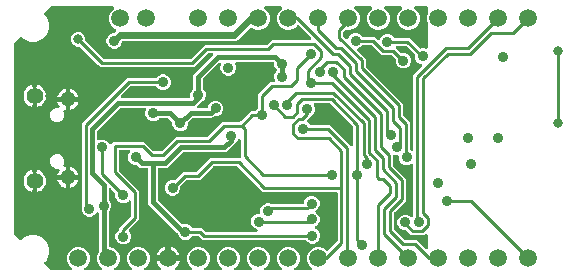
<source format=gbr>
G04 EAGLE Gerber RS-274X export*
G75*
%MOMM*%
%FSLAX34Y34*%
%LPD*%
%INEAGLE Copper Layer 2*%
%IPPOS*%
%AMOC8*
5,1,8,0,0,1.08239X$1,22.5*%
G01*
%ADD10C,1.508000*%
%ADD11C,1.308000*%
%ADD12C,1.408000*%
%ADD13C,0.906400*%
%ADD14C,0.800100*%
%ADD15C,0.914400*%
%ADD16C,0.406400*%
%ADD17C,0.609600*%
%ADD18C,0.254000*%
%ADD19C,0.889000*%

G36*
X50845Y2558D02*
X50845Y2558D01*
X50984Y2571D01*
X51003Y2578D01*
X51023Y2581D01*
X51152Y2632D01*
X51283Y2679D01*
X51300Y2690D01*
X51318Y2698D01*
X51431Y2779D01*
X51546Y2857D01*
X51559Y2873D01*
X51576Y2884D01*
X51665Y2992D01*
X51756Y3096D01*
X51766Y3114D01*
X51779Y3129D01*
X51838Y3255D01*
X51901Y3379D01*
X51905Y3399D01*
X51914Y3417D01*
X51940Y3553D01*
X51971Y3689D01*
X51970Y3710D01*
X51974Y3729D01*
X51965Y3868D01*
X51961Y4007D01*
X51955Y4027D01*
X51954Y4047D01*
X51911Y4179D01*
X51873Y4313D01*
X51862Y4330D01*
X51856Y4349D01*
X51781Y4467D01*
X51711Y4587D01*
X51693Y4608D01*
X51686Y4618D01*
X51671Y4632D01*
X51605Y4707D01*
X49035Y7278D01*
X47577Y10796D01*
X47577Y14604D01*
X49035Y18122D01*
X51728Y20815D01*
X55246Y22273D01*
X59054Y22273D01*
X62572Y20815D01*
X65265Y18122D01*
X66723Y14604D01*
X66723Y10796D01*
X65265Y7278D01*
X62695Y4707D01*
X62610Y4598D01*
X62521Y4491D01*
X62513Y4472D01*
X62500Y4456D01*
X62445Y4328D01*
X62386Y4203D01*
X62382Y4183D01*
X62374Y4164D01*
X62352Y4026D01*
X62326Y3890D01*
X62327Y3870D01*
X62324Y3850D01*
X62337Y3711D01*
X62346Y3573D01*
X62352Y3554D01*
X62354Y3534D01*
X62401Y3402D01*
X62444Y3271D01*
X62455Y3253D01*
X62462Y3234D01*
X62540Y3119D01*
X62614Y3002D01*
X62629Y2988D01*
X62640Y2971D01*
X62744Y2879D01*
X62846Y2784D01*
X62863Y2774D01*
X62879Y2761D01*
X63003Y2697D01*
X63124Y2630D01*
X63144Y2625D01*
X63162Y2616D01*
X63298Y2586D01*
X63432Y2551D01*
X63460Y2549D01*
X63472Y2546D01*
X63493Y2547D01*
X63593Y2541D01*
X76107Y2541D01*
X76245Y2558D01*
X76384Y2571D01*
X76403Y2578D01*
X76423Y2581D01*
X76552Y2632D01*
X76683Y2679D01*
X76700Y2690D01*
X76718Y2698D01*
X76831Y2779D01*
X76946Y2857D01*
X76959Y2873D01*
X76976Y2884D01*
X77065Y2992D01*
X77156Y3096D01*
X77166Y3114D01*
X77179Y3129D01*
X77238Y3255D01*
X77301Y3379D01*
X77305Y3399D01*
X77314Y3417D01*
X77340Y3553D01*
X77371Y3689D01*
X77370Y3710D01*
X77374Y3729D01*
X77365Y3868D01*
X77361Y4007D01*
X77355Y4027D01*
X77354Y4047D01*
X77311Y4179D01*
X77273Y4313D01*
X77262Y4330D01*
X77256Y4349D01*
X77181Y4467D01*
X77111Y4587D01*
X77093Y4608D01*
X77086Y4618D01*
X77071Y4632D01*
X77005Y4707D01*
X74435Y7278D01*
X72977Y10796D01*
X72977Y14604D01*
X74468Y18204D01*
X74498Y18243D01*
X74538Y18334D01*
X74586Y18420D01*
X74601Y18479D01*
X74625Y18535D01*
X74640Y18632D01*
X74665Y18728D01*
X74671Y18828D01*
X74675Y18849D01*
X74673Y18861D01*
X74675Y18889D01*
X74675Y50389D01*
X74667Y50458D01*
X74668Y50528D01*
X74647Y50615D01*
X74635Y50705D01*
X74610Y50769D01*
X74593Y50837D01*
X74551Y50917D01*
X74518Y51000D01*
X74477Y51057D01*
X74445Y51118D01*
X74384Y51185D01*
X74332Y51258D01*
X74278Y51302D01*
X74231Y51354D01*
X74156Y51403D01*
X74087Y51460D01*
X74023Y51490D01*
X73965Y51529D01*
X73880Y51558D01*
X73799Y51596D01*
X73730Y51609D01*
X73664Y51632D01*
X73575Y51639D01*
X73487Y51656D01*
X73417Y51651D01*
X73347Y51657D01*
X73259Y51641D01*
X73169Y51636D01*
X73103Y51614D01*
X73034Y51602D01*
X72952Y51566D01*
X72867Y51538D01*
X72808Y51501D01*
X72744Y51472D01*
X72674Y51416D01*
X72598Y51368D01*
X72550Y51317D01*
X72495Y51273D01*
X72441Y51201D01*
X72380Y51136D01*
X72346Y51075D01*
X72304Y51019D01*
X72243Y50894D01*
X70394Y49045D01*
X67981Y48045D01*
X65369Y48045D01*
X62956Y49045D01*
X61110Y50891D01*
X60110Y53304D01*
X60110Y55916D01*
X60141Y55989D01*
X60143Y55998D01*
X60148Y56006D01*
X60185Y56151D01*
X60225Y56296D01*
X60225Y56305D01*
X60227Y56314D01*
X60237Y56475D01*
X60237Y126630D01*
X98835Y165228D01*
X122398Y165228D01*
X122496Y165240D01*
X122595Y165243D01*
X122653Y165260D01*
X122714Y165268D01*
X122806Y165304D01*
X122901Y165332D01*
X122953Y165362D01*
X123009Y165385D01*
X123089Y165443D01*
X123175Y165493D01*
X123250Y165559D01*
X123267Y165571D01*
X123274Y165581D01*
X123296Y165599D01*
X125186Y167490D01*
X127599Y168490D01*
X130211Y168490D01*
X132624Y167490D01*
X134470Y165644D01*
X135470Y163231D01*
X135470Y160619D01*
X134470Y158206D01*
X132624Y156360D01*
X130211Y155360D01*
X127599Y155360D01*
X125186Y156360D01*
X123296Y158251D01*
X123217Y158311D01*
X123145Y158379D01*
X123092Y158408D01*
X123044Y158445D01*
X122953Y158485D01*
X122867Y158533D01*
X122808Y158548D01*
X122752Y158572D01*
X122654Y158587D01*
X122559Y158612D01*
X122459Y158618D01*
X122438Y158622D01*
X122426Y158620D01*
X122398Y158622D01*
X102097Y158622D01*
X101999Y158610D01*
X101900Y158607D01*
X101841Y158590D01*
X101781Y158582D01*
X101689Y158546D01*
X101594Y158518D01*
X101542Y158488D01*
X101486Y158465D01*
X101406Y158407D01*
X101320Y158357D01*
X101245Y158291D01*
X101228Y158279D01*
X101220Y158269D01*
X101199Y158251D01*
X93325Y150376D01*
X93240Y150267D01*
X93151Y150160D01*
X93143Y150141D01*
X93130Y150125D01*
X93075Y149997D01*
X93016Y149872D01*
X93012Y149852D01*
X93004Y149833D01*
X92982Y149695D01*
X92956Y149559D01*
X92957Y149539D01*
X92954Y149519D01*
X92967Y149380D01*
X92976Y149242D01*
X92982Y149223D01*
X92984Y149203D01*
X93031Y149071D01*
X93074Y148940D01*
X93085Y148922D01*
X93092Y148903D01*
X93170Y148788D01*
X93244Y148671D01*
X93259Y148657D01*
X93270Y148640D01*
X93374Y148548D01*
X93476Y148453D01*
X93493Y148443D01*
X93509Y148430D01*
X93633Y148366D01*
X93754Y148299D01*
X93774Y148294D01*
X93792Y148285D01*
X93928Y148255D01*
X94062Y148220D01*
X94090Y148218D01*
X94102Y148215D01*
X94123Y148216D01*
X94223Y148210D01*
X150954Y148210D01*
X151004Y148216D01*
X151053Y148214D01*
X151161Y148236D01*
X151270Y148250D01*
X151316Y148268D01*
X151365Y148278D01*
X151463Y148326D01*
X151566Y148367D01*
X151606Y148396D01*
X151650Y148418D01*
X151734Y148489D01*
X151823Y148553D01*
X151855Y148592D01*
X151892Y148624D01*
X151956Y148714D01*
X152026Y148798D01*
X152047Y148843D01*
X152076Y148884D01*
X152115Y148987D01*
X152161Y149086D01*
X152171Y149135D01*
X152188Y149181D01*
X152200Y149291D01*
X152221Y149398D01*
X152218Y149448D01*
X152224Y149497D01*
X152208Y149606D01*
X152201Y149716D01*
X152186Y149763D01*
X152185Y149769D01*
X152185Y152436D01*
X153185Y154849D01*
X154314Y155977D01*
X154374Y156056D01*
X154442Y156128D01*
X154471Y156181D01*
X154508Y156229D01*
X154548Y156320D01*
X154596Y156406D01*
X154611Y156465D01*
X154635Y156521D01*
X154650Y156619D01*
X154675Y156714D01*
X154681Y156814D01*
X154685Y156835D01*
X154683Y156847D01*
X154685Y156875D01*
X154685Y168054D01*
X170824Y184192D01*
X171027Y184395D01*
X171112Y184505D01*
X171201Y184612D01*
X171210Y184631D01*
X171222Y184647D01*
X171277Y184775D01*
X171337Y184900D01*
X171340Y184920D01*
X171348Y184939D01*
X171370Y185076D01*
X171396Y185213D01*
X171395Y185233D01*
X171398Y185253D01*
X171385Y185391D01*
X171377Y185530D01*
X171370Y185549D01*
X171368Y185569D01*
X171321Y185700D01*
X171279Y185832D01*
X171268Y185850D01*
X171261Y185869D01*
X171183Y185983D01*
X171108Y186101D01*
X171094Y186115D01*
X171082Y186132D01*
X170978Y186224D01*
X170877Y186319D01*
X170859Y186329D01*
X170844Y186342D01*
X170720Y186405D01*
X170598Y186473D01*
X170579Y186478D01*
X170561Y186487D01*
X170425Y186517D01*
X170290Y186552D01*
X170262Y186554D01*
X170250Y186557D01*
X170230Y186556D01*
X170130Y186562D01*
X167629Y186562D01*
X167531Y186550D01*
X167432Y186547D01*
X167373Y186530D01*
X167313Y186522D01*
X167221Y186486D01*
X167126Y186458D01*
X167074Y186428D01*
X167018Y186405D01*
X166937Y186347D01*
X166852Y186297D01*
X166777Y186231D01*
X166760Y186219D01*
X166752Y186209D01*
X166731Y186191D01*
X157344Y176804D01*
X155038Y174497D01*
X76102Y174497D01*
X73796Y176803D01*
X73796Y176804D01*
X58884Y191715D01*
X58806Y191776D01*
X58734Y191844D01*
X58681Y191873D01*
X58633Y191910D01*
X58542Y191949D01*
X58455Y191997D01*
X58397Y192012D01*
X58341Y192036D01*
X58243Y192052D01*
X58147Y192077D01*
X58047Y192083D01*
X58027Y192086D01*
X58015Y192085D01*
X57987Y192087D01*
X55950Y192087D01*
X53732Y193005D01*
X52035Y194702D01*
X51117Y196920D01*
X51117Y199320D01*
X52035Y201538D01*
X53732Y203235D01*
X55950Y204153D01*
X58350Y204153D01*
X60568Y203235D01*
X62265Y201538D01*
X63183Y199320D01*
X63183Y197283D01*
X63196Y197185D01*
X63199Y197086D01*
X63215Y197028D01*
X63223Y196968D01*
X63260Y196876D01*
X63287Y196781D01*
X63318Y196728D01*
X63340Y196672D01*
X63398Y196592D01*
X63449Y196507D01*
X63515Y196431D01*
X63527Y196415D01*
X63536Y196407D01*
X63555Y196386D01*
X78466Y181474D01*
X78545Y181414D01*
X78617Y181346D01*
X78670Y181317D01*
X78718Y181280D01*
X78809Y181240D01*
X78895Y181192D01*
X78954Y181177D01*
X79009Y181153D01*
X79107Y181138D01*
X79203Y181113D01*
X79303Y181107D01*
X79323Y181103D01*
X79336Y181105D01*
X79364Y181103D01*
X151776Y181103D01*
X151874Y181115D01*
X151973Y181118D01*
X152032Y181135D01*
X152092Y181143D01*
X152184Y181179D01*
X152279Y181207D01*
X152331Y181237D01*
X152387Y181260D01*
X152467Y181318D01*
X152553Y181368D01*
X152628Y181434D01*
X152645Y181446D01*
X152653Y181456D01*
X152674Y181474D01*
X162061Y190861D01*
X164367Y193168D01*
X215911Y193168D01*
X216009Y193180D01*
X216108Y193183D01*
X216167Y193200D01*
X216227Y193208D01*
X216319Y193244D01*
X216414Y193272D01*
X216466Y193302D01*
X216522Y193325D01*
X216602Y193383D01*
X216688Y193433D01*
X216763Y193499D01*
X216780Y193511D01*
X216788Y193521D01*
X216809Y193539D01*
X220882Y197613D01*
X253122Y197613D01*
X253260Y197630D01*
X253399Y197643D01*
X253418Y197650D01*
X253438Y197653D01*
X253567Y197704D01*
X253698Y197751D01*
X253715Y197762D01*
X253733Y197770D01*
X253846Y197851D01*
X253961Y197929D01*
X253974Y197945D01*
X253991Y197956D01*
X254080Y198064D01*
X254172Y198168D01*
X254181Y198186D01*
X254194Y198201D01*
X254253Y198327D01*
X254316Y198451D01*
X254321Y198471D01*
X254329Y198489D01*
X254355Y198625D01*
X254386Y198761D01*
X254385Y198782D01*
X254389Y198801D01*
X254380Y198940D01*
X254376Y199079D01*
X254370Y199099D01*
X254369Y199119D01*
X254326Y199251D01*
X254288Y199385D01*
X254277Y199402D01*
X254271Y199421D01*
X254197Y199539D01*
X254126Y199659D01*
X254108Y199680D01*
X254101Y199690D01*
X254086Y199704D01*
X254020Y199779D01*
X244091Y209708D01*
X243997Y209781D01*
X243908Y209860D01*
X243872Y209878D01*
X243840Y209903D01*
X243730Y209951D01*
X243624Y210005D01*
X243585Y210013D01*
X243548Y210029D01*
X243430Y210048D01*
X243314Y210074D01*
X243274Y210073D01*
X243234Y210079D01*
X243115Y210068D01*
X242996Y210065D01*
X242957Y210053D01*
X242917Y210050D01*
X242805Y210009D01*
X242691Y209976D01*
X242656Y209956D01*
X242618Y209942D01*
X242519Y209875D01*
X242417Y209815D01*
X242372Y209775D01*
X242355Y209763D01*
X242341Y209748D01*
X242296Y209708D01*
X240372Y207785D01*
X236854Y206327D01*
X233046Y206327D01*
X229528Y207785D01*
X226835Y210478D01*
X225377Y213996D01*
X225377Y217804D01*
X226835Y221322D01*
X229405Y223893D01*
X229490Y224002D01*
X229579Y224109D01*
X229587Y224128D01*
X229600Y224144D01*
X229655Y224272D01*
X229714Y224397D01*
X229718Y224417D01*
X229726Y224436D01*
X229748Y224574D01*
X229774Y224710D01*
X229773Y224730D01*
X229776Y224750D01*
X229763Y224889D01*
X229754Y225027D01*
X229748Y225046D01*
X229746Y225066D01*
X229699Y225198D01*
X229656Y225329D01*
X229645Y225347D01*
X229638Y225366D01*
X229560Y225481D01*
X229486Y225598D01*
X229471Y225612D01*
X229460Y225629D01*
X229356Y225721D01*
X229254Y225816D01*
X229237Y225826D01*
X229221Y225839D01*
X229097Y225903D01*
X228976Y225970D01*
X228956Y225975D01*
X228938Y225984D01*
X228802Y226014D01*
X228668Y226049D01*
X228640Y226051D01*
X228628Y226054D01*
X228607Y226053D01*
X228507Y226059D01*
X215993Y226059D01*
X215855Y226042D01*
X215716Y226029D01*
X215697Y226022D01*
X215677Y226019D01*
X215548Y225968D01*
X215417Y225921D01*
X215400Y225910D01*
X215382Y225902D01*
X215269Y225821D01*
X215154Y225743D01*
X215141Y225727D01*
X215124Y225716D01*
X215035Y225608D01*
X214944Y225504D01*
X214934Y225486D01*
X214921Y225471D01*
X214862Y225345D01*
X214799Y225221D01*
X214795Y225201D01*
X214786Y225183D01*
X214760Y225047D01*
X214729Y224911D01*
X214730Y224890D01*
X214726Y224871D01*
X214735Y224732D01*
X214739Y224593D01*
X214745Y224573D01*
X214746Y224553D01*
X214789Y224421D01*
X214827Y224287D01*
X214838Y224270D01*
X214844Y224251D01*
X214919Y224133D01*
X214989Y224013D01*
X215007Y223992D01*
X215014Y223982D01*
X215029Y223968D01*
X215095Y223893D01*
X217665Y221322D01*
X219123Y217804D01*
X219123Y213996D01*
X217665Y210478D01*
X214972Y207785D01*
X211454Y206327D01*
X207646Y206327D01*
X204128Y207785D01*
X204096Y207816D01*
X204008Y207885D01*
X203974Y207916D01*
X203967Y207920D01*
X203913Y207968D01*
X203877Y207986D01*
X203845Y208011D01*
X203735Y208058D01*
X203630Y208112D01*
X203590Y208121D01*
X203553Y208137D01*
X203435Y208156D01*
X203319Y208182D01*
X203279Y208181D01*
X203239Y208187D01*
X203120Y208176D01*
X203001Y208172D01*
X202963Y208161D01*
X202922Y208157D01*
X202810Y208117D01*
X202696Y208084D01*
X202661Y208063D01*
X202623Y208050D01*
X202524Y207983D01*
X202422Y207922D01*
X202377Y207883D01*
X202360Y207871D01*
X202346Y207856D01*
X202301Y207816D01*
X192108Y197623D01*
X190241Y196849D01*
X95464Y196849D01*
X95346Y196834D01*
X95227Y196827D01*
X95189Y196814D01*
X95148Y196809D01*
X95038Y196766D01*
X94925Y196729D01*
X94890Y196707D01*
X94853Y196692D01*
X94757Y196623D01*
X94656Y196559D01*
X94628Y196529D01*
X94595Y196506D01*
X94519Y196414D01*
X94438Y196327D01*
X94418Y196292D01*
X94393Y196261D01*
X94342Y196153D01*
X94284Y196049D01*
X94274Y196009D01*
X94257Y195973D01*
X94235Y195856D01*
X94205Y195741D01*
X94201Y195681D01*
X94197Y195661D01*
X94199Y195640D01*
X94195Y195580D01*
X94195Y195544D01*
X93195Y193131D01*
X91349Y191285D01*
X88936Y190285D01*
X86324Y190285D01*
X83911Y191285D01*
X82065Y193131D01*
X81065Y195544D01*
X81065Y198156D01*
X82065Y200569D01*
X83911Y202415D01*
X86324Y203415D01*
X86484Y203415D01*
X86582Y203427D01*
X86681Y203430D01*
X86739Y203447D01*
X86799Y203455D01*
X86891Y203491D01*
X86986Y203519D01*
X87039Y203549D01*
X87095Y203572D01*
X87175Y203630D01*
X87260Y203680D01*
X87336Y203746D01*
X87352Y203758D01*
X87360Y203768D01*
X87381Y203786D01*
X88838Y205243D01*
X88868Y205282D01*
X88905Y205316D01*
X88965Y205407D01*
X89033Y205494D01*
X89052Y205540D01*
X89080Y205581D01*
X89115Y205685D01*
X89159Y205786D01*
X89167Y205835D01*
X89183Y205882D01*
X89192Y205991D01*
X89209Y206100D01*
X89204Y206150D01*
X89208Y206199D01*
X89189Y206307D01*
X89179Y206417D01*
X89162Y206464D01*
X89154Y206513D01*
X89109Y206613D01*
X89071Y206716D01*
X89044Y206757D01*
X89023Y206803D01*
X88955Y206888D01*
X88893Y206979D01*
X88856Y207012D01*
X88825Y207051D01*
X88737Y207117D01*
X88654Y207190D01*
X88610Y207212D01*
X88570Y207242D01*
X88426Y207313D01*
X87287Y207785D01*
X84595Y210478D01*
X83137Y213996D01*
X83137Y217804D01*
X84595Y221322D01*
X87165Y223893D01*
X87250Y224002D01*
X87339Y224109D01*
X87347Y224128D01*
X87360Y224144D01*
X87415Y224272D01*
X87474Y224397D01*
X87478Y224417D01*
X87486Y224436D01*
X87508Y224574D01*
X87534Y224710D01*
X87533Y224730D01*
X87536Y224750D01*
X87523Y224889D01*
X87514Y225027D01*
X87508Y225046D01*
X87506Y225066D01*
X87459Y225198D01*
X87416Y225329D01*
X87405Y225347D01*
X87398Y225366D01*
X87320Y225481D01*
X87246Y225598D01*
X87231Y225612D01*
X87220Y225629D01*
X87116Y225721D01*
X87014Y225816D01*
X86997Y225826D01*
X86981Y225839D01*
X86857Y225903D01*
X86736Y225970D01*
X86716Y225975D01*
X86698Y225984D01*
X86562Y226014D01*
X86428Y226049D01*
X86400Y226051D01*
X86388Y226054D01*
X86367Y226053D01*
X86267Y226059D01*
X34290Y226059D01*
X34192Y226047D01*
X34093Y226044D01*
X34035Y226027D01*
X33974Y226019D01*
X33882Y225983D01*
X33787Y225955D01*
X33735Y225925D01*
X33679Y225902D01*
X33599Y225844D01*
X33513Y225794D01*
X33438Y225728D01*
X33421Y225716D01*
X33414Y225706D01*
X33393Y225688D01*
X28625Y220920D01*
X28552Y220826D01*
X28473Y220736D01*
X28455Y220700D01*
X28430Y220668D01*
X28382Y220559D01*
X28328Y220453D01*
X28320Y220414D01*
X28303Y220377D01*
X28285Y220259D01*
X28259Y220143D01*
X28260Y220103D01*
X28254Y220063D01*
X28265Y219944D01*
X28268Y219825D01*
X28280Y219786D01*
X28283Y219746D01*
X28324Y219634D01*
X28357Y219520D01*
X28377Y219485D01*
X28391Y219447D01*
X28458Y219348D01*
X28518Y219246D01*
X28558Y219200D01*
X28570Y219183D01*
X28585Y219170D01*
X28625Y219125D01*
X30529Y217220D01*
X32591Y212243D01*
X32591Y206857D01*
X30529Y201880D01*
X26720Y198071D01*
X21743Y196009D01*
X16357Y196009D01*
X11380Y198071D01*
X9475Y199975D01*
X9381Y200048D01*
X9292Y200127D01*
X9256Y200145D01*
X9224Y200170D01*
X9115Y200218D01*
X9009Y200272D01*
X8969Y200280D01*
X8932Y200297D01*
X8814Y200315D01*
X8698Y200341D01*
X8658Y200340D01*
X8618Y200346D01*
X8499Y200335D01*
X8381Y200332D01*
X8342Y200320D01*
X8301Y200317D01*
X8189Y200276D01*
X8075Y200243D01*
X8040Y200223D01*
X8002Y200209D01*
X7904Y200142D01*
X7801Y200082D01*
X7756Y200042D01*
X7739Y200030D01*
X7726Y200015D01*
X7680Y199975D01*
X2912Y195207D01*
X2852Y195129D01*
X2784Y195057D01*
X2755Y195004D01*
X2718Y194956D01*
X2678Y194865D01*
X2630Y194779D01*
X2615Y194720D01*
X2591Y194664D01*
X2576Y194566D01*
X2551Y194471D01*
X2545Y194371D01*
X2541Y194350D01*
X2543Y194338D01*
X2541Y194310D01*
X2541Y34290D01*
X2553Y34192D01*
X2556Y34093D01*
X2573Y34035D01*
X2581Y33974D01*
X2617Y33882D01*
X2645Y33787D01*
X2675Y33735D01*
X2698Y33679D01*
X2756Y33599D01*
X2806Y33513D01*
X2848Y33465D01*
X2849Y33464D01*
X2852Y33462D01*
X2872Y33438D01*
X2884Y33421D01*
X2894Y33414D01*
X2912Y33393D01*
X7680Y28625D01*
X7774Y28552D01*
X7864Y28473D01*
X7900Y28455D01*
X7932Y28430D01*
X8041Y28382D01*
X8147Y28328D01*
X8186Y28320D01*
X8223Y28303D01*
X8341Y28285D01*
X8457Y28259D01*
X8497Y28260D01*
X8537Y28254D01*
X8656Y28265D01*
X8775Y28268D01*
X8814Y28280D01*
X8854Y28283D01*
X8966Y28324D01*
X9080Y28357D01*
X9115Y28377D01*
X9153Y28391D01*
X9252Y28458D01*
X9354Y28518D01*
X9400Y28558D01*
X9417Y28570D01*
X9430Y28585D01*
X9475Y28625D01*
X11380Y30529D01*
X16357Y32591D01*
X21743Y32591D01*
X26720Y30529D01*
X30529Y26720D01*
X32591Y21743D01*
X32591Y16357D01*
X30529Y11380D01*
X28625Y9475D01*
X28552Y9381D01*
X28473Y9292D01*
X28455Y9256D01*
X28430Y9224D01*
X28382Y9115D01*
X28328Y9009D01*
X28320Y8969D01*
X28303Y8932D01*
X28285Y8814D01*
X28259Y8698D01*
X28260Y8658D01*
X28254Y8618D01*
X28265Y8499D01*
X28268Y8381D01*
X28280Y8342D01*
X28283Y8301D01*
X28324Y8189D01*
X28357Y8075D01*
X28377Y8040D01*
X28391Y8002D01*
X28458Y7904D01*
X28518Y7801D01*
X28558Y7756D01*
X28570Y7739D01*
X28585Y7726D01*
X28625Y7680D01*
X33393Y2912D01*
X33471Y2852D01*
X33543Y2784D01*
X33596Y2755D01*
X33644Y2718D01*
X33735Y2678D01*
X33821Y2630D01*
X33880Y2615D01*
X33936Y2591D01*
X34034Y2576D01*
X34129Y2551D01*
X34229Y2545D01*
X34250Y2541D01*
X34262Y2543D01*
X34290Y2541D01*
X50707Y2541D01*
X50845Y2558D01*
G37*
G36*
X101645Y2558D02*
X101645Y2558D01*
X101784Y2571D01*
X101803Y2578D01*
X101823Y2581D01*
X101952Y2632D01*
X102083Y2679D01*
X102100Y2690D01*
X102118Y2698D01*
X102231Y2779D01*
X102346Y2857D01*
X102359Y2873D01*
X102376Y2884D01*
X102465Y2992D01*
X102556Y3096D01*
X102566Y3114D01*
X102579Y3129D01*
X102638Y3255D01*
X102701Y3379D01*
X102705Y3399D01*
X102714Y3417D01*
X102740Y3553D01*
X102771Y3689D01*
X102770Y3710D01*
X102774Y3729D01*
X102765Y3868D01*
X102761Y4007D01*
X102755Y4027D01*
X102754Y4047D01*
X102711Y4179D01*
X102673Y4313D01*
X102662Y4330D01*
X102656Y4349D01*
X102581Y4467D01*
X102511Y4587D01*
X102493Y4608D01*
X102486Y4618D01*
X102471Y4632D01*
X102405Y4707D01*
X99835Y7278D01*
X98377Y10796D01*
X98377Y14604D01*
X99835Y18122D01*
X102528Y20815D01*
X106046Y22273D01*
X109854Y22273D01*
X113372Y20815D01*
X116065Y18122D01*
X117523Y14604D01*
X117523Y10796D01*
X116065Y7278D01*
X113495Y4707D01*
X113410Y4598D01*
X113321Y4491D01*
X113313Y4472D01*
X113300Y4456D01*
X113245Y4328D01*
X113186Y4203D01*
X113182Y4183D01*
X113174Y4164D01*
X113152Y4026D01*
X113126Y3890D01*
X113127Y3870D01*
X113124Y3850D01*
X113137Y3711D01*
X113146Y3573D01*
X113152Y3554D01*
X113154Y3534D01*
X113201Y3402D01*
X113244Y3271D01*
X113255Y3253D01*
X113262Y3234D01*
X113340Y3119D01*
X113414Y3002D01*
X113429Y2988D01*
X113440Y2971D01*
X113544Y2879D01*
X113646Y2784D01*
X113663Y2774D01*
X113679Y2761D01*
X113803Y2697D01*
X113924Y2630D01*
X113944Y2625D01*
X113962Y2616D01*
X114098Y2586D01*
X114232Y2551D01*
X114260Y2549D01*
X114272Y2546D01*
X114293Y2547D01*
X114393Y2541D01*
X126276Y2541D01*
X126355Y2551D01*
X126435Y2551D01*
X126512Y2571D01*
X126592Y2581D01*
X126666Y2610D01*
X126743Y2630D01*
X126813Y2668D01*
X126888Y2698D01*
X126952Y2744D01*
X127022Y2783D01*
X127080Y2837D01*
X127145Y2884D01*
X127196Y2946D01*
X127254Y3000D01*
X127297Y3068D01*
X127348Y3129D01*
X127382Y3201D01*
X127424Y3269D01*
X127449Y3345D01*
X127483Y3417D01*
X127498Y3495D01*
X127523Y3571D01*
X127528Y3651D01*
X127543Y3729D01*
X127538Y3809D01*
X127543Y3889D01*
X127528Y3967D01*
X127523Y4047D01*
X127499Y4123D01*
X127484Y4201D01*
X127450Y4273D01*
X127425Y4349D01*
X127383Y4417D01*
X127349Y4489D01*
X127298Y4551D01*
X127255Y4618D01*
X127197Y4673D01*
X127146Y4734D01*
X127025Y4835D01*
X127023Y4836D01*
X127022Y4837D01*
X126783Y5011D01*
X125661Y6133D01*
X124728Y7417D01*
X124008Y8830D01*
X123563Y10201D01*
X132120Y10201D01*
X132238Y10216D01*
X132357Y10223D01*
X132395Y10235D01*
X132435Y10241D01*
X132546Y10284D01*
X132659Y10321D01*
X132693Y10343D01*
X132731Y10358D01*
X132827Y10427D01*
X132928Y10491D01*
X132956Y10521D01*
X132988Y10544D01*
X133064Y10636D01*
X133146Y10723D01*
X133165Y10758D01*
X133191Y10789D01*
X133242Y10897D01*
X133299Y11001D01*
X133309Y11041D01*
X133327Y11077D01*
X133347Y11184D01*
X133351Y11154D01*
X133395Y11044D01*
X133431Y10931D01*
X133453Y10896D01*
X133468Y10859D01*
X133538Y10762D01*
X133601Y10662D01*
X133631Y10634D01*
X133655Y10601D01*
X133746Y10525D01*
X133833Y10444D01*
X133868Y10424D01*
X133900Y10399D01*
X134007Y10348D01*
X134112Y10290D01*
X134151Y10280D01*
X134187Y10263D01*
X134304Y10241D01*
X134420Y10211D01*
X134480Y10207D01*
X134500Y10203D01*
X134520Y10205D01*
X134580Y10201D01*
X143137Y10201D01*
X142692Y8830D01*
X141972Y7417D01*
X141039Y6133D01*
X139917Y5011D01*
X139678Y4837D01*
X139620Y4782D01*
X139555Y4736D01*
X139504Y4674D01*
X139446Y4619D01*
X139403Y4552D01*
X139352Y4491D01*
X139318Y4418D01*
X139275Y4351D01*
X139251Y4275D01*
X139217Y4203D01*
X139202Y4124D01*
X139177Y4048D01*
X139172Y3969D01*
X139157Y3890D01*
X139162Y3811D01*
X139157Y3731D01*
X139172Y3653D01*
X139177Y3573D01*
X139201Y3497D01*
X139216Y3418D01*
X139250Y3346D01*
X139275Y3271D01*
X139318Y3203D01*
X139352Y3131D01*
X139402Y3069D01*
X139445Y3002D01*
X139503Y2947D01*
X139554Y2885D01*
X139619Y2839D01*
X139677Y2784D01*
X139746Y2745D01*
X139811Y2698D01*
X139885Y2669D01*
X139955Y2630D01*
X140032Y2610D01*
X140107Y2581D01*
X140186Y2571D01*
X140263Y2551D01*
X140421Y2541D01*
X140422Y2541D01*
X140423Y2541D01*
X140424Y2541D01*
X152307Y2541D01*
X152445Y2558D01*
X152584Y2571D01*
X152603Y2578D01*
X152623Y2581D01*
X152752Y2632D01*
X152883Y2679D01*
X152900Y2690D01*
X152918Y2698D01*
X153031Y2779D01*
X153146Y2857D01*
X153159Y2873D01*
X153176Y2884D01*
X153265Y2992D01*
X153356Y3096D01*
X153366Y3114D01*
X153379Y3129D01*
X153438Y3255D01*
X153501Y3379D01*
X153505Y3399D01*
X153514Y3417D01*
X153540Y3553D01*
X153571Y3689D01*
X153570Y3710D01*
X153574Y3729D01*
X153565Y3868D01*
X153561Y4007D01*
X153555Y4027D01*
X153554Y4047D01*
X153511Y4179D01*
X153473Y4313D01*
X153462Y4330D01*
X153456Y4349D01*
X153381Y4467D01*
X153311Y4587D01*
X153293Y4608D01*
X153286Y4618D01*
X153271Y4632D01*
X153205Y4707D01*
X150635Y7278D01*
X149177Y10796D01*
X149177Y14604D01*
X150635Y18122D01*
X153328Y20815D01*
X156846Y22273D01*
X160654Y22273D01*
X164172Y20815D01*
X166865Y18122D01*
X168323Y14604D01*
X168323Y10796D01*
X166865Y7278D01*
X164295Y4707D01*
X164210Y4598D01*
X164121Y4491D01*
X164113Y4472D01*
X164100Y4456D01*
X164045Y4328D01*
X163986Y4203D01*
X163982Y4183D01*
X163974Y4164D01*
X163952Y4026D01*
X163926Y3890D01*
X163927Y3870D01*
X163924Y3850D01*
X163937Y3711D01*
X163946Y3573D01*
X163952Y3554D01*
X163954Y3534D01*
X164001Y3402D01*
X164044Y3271D01*
X164055Y3253D01*
X164062Y3234D01*
X164140Y3119D01*
X164214Y3002D01*
X164229Y2988D01*
X164240Y2971D01*
X164344Y2879D01*
X164446Y2784D01*
X164463Y2774D01*
X164479Y2761D01*
X164603Y2697D01*
X164724Y2630D01*
X164744Y2625D01*
X164762Y2616D01*
X164898Y2586D01*
X165032Y2551D01*
X165060Y2549D01*
X165072Y2546D01*
X165093Y2547D01*
X165193Y2541D01*
X177707Y2541D01*
X177845Y2558D01*
X177984Y2571D01*
X178003Y2578D01*
X178023Y2581D01*
X178152Y2632D01*
X178283Y2679D01*
X178300Y2690D01*
X178318Y2698D01*
X178431Y2779D01*
X178546Y2857D01*
X178559Y2873D01*
X178576Y2884D01*
X178665Y2992D01*
X178756Y3096D01*
X178766Y3114D01*
X178779Y3129D01*
X178838Y3255D01*
X178901Y3379D01*
X178905Y3399D01*
X178914Y3417D01*
X178940Y3553D01*
X178971Y3689D01*
X178970Y3710D01*
X178974Y3729D01*
X178965Y3868D01*
X178961Y4007D01*
X178955Y4027D01*
X178954Y4047D01*
X178911Y4179D01*
X178873Y4313D01*
X178862Y4330D01*
X178856Y4349D01*
X178781Y4467D01*
X178711Y4587D01*
X178693Y4608D01*
X178686Y4618D01*
X178671Y4632D01*
X178605Y4707D01*
X176035Y7278D01*
X174577Y10796D01*
X174577Y14604D01*
X176035Y18122D01*
X178728Y20815D01*
X182246Y22273D01*
X186054Y22273D01*
X189572Y20815D01*
X192265Y18122D01*
X193723Y14604D01*
X193723Y10796D01*
X192265Y7278D01*
X189695Y4707D01*
X189610Y4598D01*
X189521Y4491D01*
X189513Y4472D01*
X189500Y4456D01*
X189445Y4328D01*
X189386Y4203D01*
X189382Y4183D01*
X189374Y4164D01*
X189352Y4026D01*
X189326Y3890D01*
X189327Y3870D01*
X189324Y3850D01*
X189337Y3711D01*
X189346Y3573D01*
X189352Y3554D01*
X189354Y3534D01*
X189401Y3402D01*
X189444Y3271D01*
X189455Y3253D01*
X189462Y3234D01*
X189540Y3119D01*
X189614Y3002D01*
X189629Y2988D01*
X189640Y2971D01*
X189744Y2879D01*
X189846Y2784D01*
X189863Y2774D01*
X189879Y2761D01*
X190003Y2697D01*
X190124Y2630D01*
X190144Y2625D01*
X190162Y2616D01*
X190298Y2586D01*
X190432Y2551D01*
X190460Y2549D01*
X190472Y2546D01*
X190493Y2547D01*
X190593Y2541D01*
X203107Y2541D01*
X203245Y2558D01*
X203384Y2571D01*
X203403Y2578D01*
X203423Y2581D01*
X203552Y2632D01*
X203683Y2679D01*
X203700Y2690D01*
X203718Y2698D01*
X203831Y2779D01*
X203946Y2857D01*
X203959Y2873D01*
X203976Y2884D01*
X204065Y2992D01*
X204156Y3096D01*
X204166Y3114D01*
X204179Y3129D01*
X204238Y3255D01*
X204301Y3379D01*
X204305Y3399D01*
X204314Y3417D01*
X204340Y3553D01*
X204371Y3689D01*
X204370Y3710D01*
X204374Y3729D01*
X204365Y3868D01*
X204361Y4007D01*
X204355Y4027D01*
X204354Y4047D01*
X204311Y4179D01*
X204273Y4313D01*
X204262Y4330D01*
X204256Y4349D01*
X204181Y4467D01*
X204111Y4587D01*
X204093Y4608D01*
X204086Y4618D01*
X204071Y4632D01*
X204005Y4707D01*
X201435Y7278D01*
X199977Y10796D01*
X199977Y14604D01*
X201435Y18122D01*
X204128Y20815D01*
X207646Y22273D01*
X211454Y22273D01*
X214972Y20815D01*
X217665Y18122D01*
X219123Y14604D01*
X219123Y10796D01*
X217665Y7278D01*
X215095Y4707D01*
X215010Y4598D01*
X214921Y4491D01*
X214913Y4472D01*
X214900Y4456D01*
X214845Y4328D01*
X214786Y4203D01*
X214782Y4183D01*
X214774Y4164D01*
X214752Y4026D01*
X214726Y3890D01*
X214727Y3870D01*
X214724Y3850D01*
X214737Y3711D01*
X214746Y3573D01*
X214752Y3554D01*
X214754Y3534D01*
X214801Y3402D01*
X214844Y3271D01*
X214855Y3253D01*
X214862Y3234D01*
X214940Y3119D01*
X215014Y3002D01*
X215029Y2988D01*
X215040Y2971D01*
X215144Y2879D01*
X215246Y2784D01*
X215263Y2774D01*
X215279Y2761D01*
X215403Y2697D01*
X215524Y2630D01*
X215544Y2625D01*
X215562Y2616D01*
X215698Y2586D01*
X215832Y2551D01*
X215860Y2549D01*
X215872Y2546D01*
X215893Y2547D01*
X215993Y2541D01*
X228507Y2541D01*
X228645Y2558D01*
X228784Y2571D01*
X228803Y2578D01*
X228823Y2581D01*
X228952Y2632D01*
X229083Y2679D01*
X229100Y2690D01*
X229118Y2698D01*
X229231Y2779D01*
X229346Y2857D01*
X229359Y2873D01*
X229376Y2884D01*
X229465Y2992D01*
X229556Y3096D01*
X229566Y3114D01*
X229579Y3129D01*
X229638Y3255D01*
X229701Y3379D01*
X229705Y3399D01*
X229714Y3417D01*
X229740Y3553D01*
X229771Y3689D01*
X229770Y3710D01*
X229774Y3729D01*
X229765Y3868D01*
X229761Y4007D01*
X229755Y4027D01*
X229754Y4047D01*
X229711Y4179D01*
X229673Y4313D01*
X229662Y4330D01*
X229656Y4349D01*
X229581Y4467D01*
X229511Y4587D01*
X229493Y4608D01*
X229486Y4618D01*
X229471Y4632D01*
X229405Y4707D01*
X226835Y7278D01*
X225377Y10796D01*
X225377Y14604D01*
X226835Y18122D01*
X229528Y20815D01*
X233046Y22273D01*
X236854Y22273D01*
X240372Y20815D01*
X243065Y18122D01*
X244523Y14604D01*
X244523Y10796D01*
X243065Y7278D01*
X240495Y4707D01*
X240410Y4598D01*
X240321Y4491D01*
X240313Y4472D01*
X240300Y4456D01*
X240245Y4328D01*
X240186Y4203D01*
X240182Y4183D01*
X240174Y4164D01*
X240152Y4026D01*
X240126Y3890D01*
X240127Y3870D01*
X240124Y3850D01*
X240137Y3711D01*
X240146Y3573D01*
X240152Y3554D01*
X240154Y3534D01*
X240201Y3402D01*
X240244Y3271D01*
X240255Y3253D01*
X240262Y3234D01*
X240340Y3119D01*
X240414Y3002D01*
X240429Y2988D01*
X240440Y2971D01*
X240544Y2879D01*
X240646Y2784D01*
X240663Y2774D01*
X240679Y2761D01*
X240803Y2697D01*
X240924Y2630D01*
X240944Y2625D01*
X240962Y2616D01*
X241098Y2586D01*
X241232Y2551D01*
X241260Y2549D01*
X241272Y2546D01*
X241293Y2547D01*
X241393Y2541D01*
X253907Y2541D01*
X254045Y2558D01*
X254184Y2571D01*
X254203Y2578D01*
X254223Y2581D01*
X254352Y2632D01*
X254483Y2679D01*
X254500Y2690D01*
X254518Y2698D01*
X254631Y2779D01*
X254746Y2857D01*
X254759Y2873D01*
X254776Y2884D01*
X254865Y2992D01*
X254956Y3096D01*
X254966Y3114D01*
X254979Y3129D01*
X255038Y3255D01*
X255101Y3379D01*
X255105Y3399D01*
X255114Y3417D01*
X255140Y3553D01*
X255171Y3689D01*
X255170Y3710D01*
X255174Y3729D01*
X255165Y3868D01*
X255161Y4007D01*
X255155Y4027D01*
X255154Y4047D01*
X255111Y4179D01*
X255073Y4313D01*
X255062Y4330D01*
X255056Y4349D01*
X254981Y4467D01*
X254911Y4587D01*
X254893Y4608D01*
X254886Y4618D01*
X254871Y4632D01*
X254805Y4707D01*
X252235Y7278D01*
X250777Y10796D01*
X250777Y14604D01*
X252235Y18122D01*
X254928Y20815D01*
X258446Y22273D01*
X262254Y22273D01*
X265772Y20815D01*
X267061Y19527D01*
X267155Y19454D01*
X267244Y19375D01*
X267280Y19357D01*
X267312Y19332D01*
X267422Y19285D01*
X267528Y19230D01*
X267567Y19222D01*
X267604Y19206D01*
X267722Y19187D01*
X267838Y19161D01*
X267878Y19162D01*
X267918Y19156D01*
X268037Y19167D01*
X268156Y19170D01*
X268195Y19182D01*
X268235Y19185D01*
X268347Y19226D01*
X268461Y19259D01*
X268496Y19279D01*
X268534Y19293D01*
X268633Y19360D01*
X268735Y19420D01*
X268780Y19460D01*
X268797Y19472D01*
X268811Y19487D01*
X268856Y19527D01*
X276361Y27031D01*
X276421Y27110D01*
X276489Y27182D01*
X276510Y27219D01*
X276531Y27245D01*
X276539Y27261D01*
X276555Y27283D01*
X276595Y27374D01*
X276643Y27460D01*
X276655Y27507D01*
X276667Y27533D01*
X276669Y27546D01*
X276682Y27574D01*
X276697Y27672D01*
X276722Y27768D01*
X276728Y27868D01*
X276732Y27889D01*
X276730Y27901D01*
X276732Y27929D01*
X276732Y67818D01*
X276717Y67936D01*
X276710Y68055D01*
X276697Y68093D01*
X276692Y68134D01*
X276649Y68244D01*
X276612Y68357D01*
X276590Y68392D01*
X276575Y68429D01*
X276506Y68525D01*
X276442Y68626D01*
X276412Y68654D01*
X276389Y68687D01*
X276297Y68763D01*
X276210Y68844D01*
X276175Y68864D01*
X276144Y68889D01*
X276036Y68940D01*
X275932Y68998D01*
X275892Y69008D01*
X275856Y69025D01*
X275739Y69047D01*
X275624Y69077D01*
X275564Y69081D01*
X275544Y69085D01*
X275523Y69083D01*
X275463Y69087D01*
X213262Y69087D01*
X192044Y90306D01*
X191965Y90366D01*
X191893Y90434D01*
X191840Y90463D01*
X191792Y90500D01*
X191701Y90540D01*
X191615Y90588D01*
X191556Y90603D01*
X191501Y90627D01*
X191403Y90642D01*
X191307Y90667D01*
X191207Y90673D01*
X191186Y90677D01*
X191174Y90675D01*
X191146Y90677D01*
X172074Y90677D01*
X171976Y90665D01*
X171877Y90662D01*
X171818Y90645D01*
X171758Y90637D01*
X171666Y90601D01*
X171571Y90573D01*
X171519Y90543D01*
X171463Y90520D01*
X171383Y90462D01*
X171297Y90412D01*
X171222Y90346D01*
X171205Y90334D01*
X171197Y90324D01*
X171176Y90306D01*
X160118Y79247D01*
X149214Y79247D01*
X149116Y79235D01*
X149017Y79232D01*
X148958Y79215D01*
X148898Y79207D01*
X148806Y79171D01*
X148711Y79143D01*
X148659Y79113D01*
X148603Y79090D01*
X148523Y79032D01*
X148437Y78982D01*
X148362Y78916D01*
X148345Y78904D01*
X148337Y78894D01*
X148316Y78876D01*
X144096Y74656D01*
X144036Y74577D01*
X143968Y74505D01*
X143939Y74452D01*
X143902Y74404D01*
X143862Y74313D01*
X143814Y74227D01*
X143799Y74168D01*
X143775Y74113D01*
X143760Y74015D01*
X143735Y73919D01*
X143729Y73819D01*
X143725Y73798D01*
X143727Y73786D01*
X143725Y73758D01*
X143725Y71084D01*
X142725Y68671D01*
X140879Y66825D01*
X138466Y65825D01*
X135854Y65825D01*
X133441Y66825D01*
X131595Y68671D01*
X130595Y71084D01*
X130595Y73696D01*
X131595Y76109D01*
X133441Y77955D01*
X135854Y78955D01*
X138528Y78955D01*
X138626Y78967D01*
X138725Y78970D01*
X138784Y78987D01*
X138844Y78995D01*
X138936Y79031D01*
X139031Y79059D01*
X139083Y79089D01*
X139139Y79112D01*
X139219Y79170D01*
X139305Y79220D01*
X139380Y79286D01*
X139397Y79298D01*
X139405Y79308D01*
X139426Y79326D01*
X145952Y85853D01*
X156856Y85853D01*
X156954Y85865D01*
X157053Y85868D01*
X157112Y85885D01*
X157172Y85893D01*
X157264Y85929D01*
X157359Y85957D01*
X157411Y85987D01*
X157467Y86010D01*
X157547Y86068D01*
X157633Y86118D01*
X157708Y86184D01*
X157725Y86196D01*
X157733Y86206D01*
X157754Y86224D01*
X168812Y97283D01*
X193548Y97283D01*
X193666Y97298D01*
X193785Y97305D01*
X193823Y97318D01*
X193864Y97323D01*
X193974Y97366D01*
X194087Y97403D01*
X194122Y97425D01*
X194159Y97440D01*
X194255Y97509D01*
X194356Y97573D01*
X194384Y97603D01*
X194417Y97626D01*
X194493Y97718D01*
X194574Y97805D01*
X194594Y97840D01*
X194619Y97871D01*
X194670Y97979D01*
X194728Y98083D01*
X194738Y98123D01*
X194755Y98159D01*
X194777Y98276D01*
X194807Y98391D01*
X194811Y98451D01*
X194815Y98471D01*
X194813Y98492D01*
X194817Y98552D01*
X194817Y112363D01*
X194809Y112432D01*
X194810Y112502D01*
X194789Y112589D01*
X194777Y112678D01*
X194752Y112743D01*
X194735Y112811D01*
X194693Y112890D01*
X194660Y112974D01*
X194619Y113030D01*
X194587Y113092D01*
X194526Y113159D01*
X194474Y113231D01*
X194420Y113276D01*
X194373Y113327D01*
X194298Y113377D01*
X194229Y113434D01*
X194165Y113464D01*
X194107Y113502D01*
X194022Y113531D01*
X193941Y113569D01*
X193872Y113583D01*
X193806Y113605D01*
X193717Y113612D01*
X193629Y113629D01*
X193559Y113625D01*
X193489Y113630D01*
X193401Y113615D01*
X193311Y113610D01*
X193245Y113588D01*
X193176Y113576D01*
X193094Y113539D01*
X193009Y113511D01*
X192950Y113474D01*
X192886Y113445D01*
X192816Y113389D01*
X192740Y113341D01*
X192692Y113290D01*
X192638Y113247D01*
X192583Y113175D01*
X192522Y113110D01*
X192488Y113049D01*
X192446Y112993D01*
X192375Y112848D01*
X192255Y112558D01*
X191126Y111430D01*
X191066Y111351D01*
X190998Y111279D01*
X190969Y111226D01*
X190932Y111178D01*
X190892Y111087D01*
X190844Y111001D01*
X190829Y110942D01*
X190805Y110886D01*
X190790Y110788D01*
X190775Y110732D01*
X182659Y102615D01*
X146354Y102615D01*
X146256Y102603D01*
X146157Y102600D01*
X146099Y102583D01*
X146039Y102575D01*
X145947Y102539D01*
X145852Y102511D01*
X145800Y102481D01*
X145743Y102458D01*
X145663Y102400D01*
X145578Y102350D01*
X145502Y102284D01*
X145486Y102272D01*
X145478Y102262D01*
X145457Y102244D01*
X135246Y92033D01*
X132494Y89280D01*
X125984Y89280D01*
X125866Y89265D01*
X125747Y89258D01*
X125709Y89245D01*
X125668Y89240D01*
X125558Y89197D01*
X125445Y89160D01*
X125410Y89138D01*
X125373Y89123D01*
X125277Y89054D01*
X125176Y88990D01*
X125148Y88960D01*
X125115Y88937D01*
X125039Y88845D01*
X124958Y88758D01*
X124938Y88723D01*
X124913Y88692D01*
X124862Y88584D01*
X124804Y88480D01*
X124794Y88440D01*
X124777Y88404D01*
X124755Y88287D01*
X124725Y88172D01*
X124721Y88112D01*
X124717Y88092D01*
X124719Y88071D01*
X124715Y88011D01*
X124715Y62534D01*
X124727Y62436D01*
X124730Y62337D01*
X124747Y62279D01*
X124755Y62219D01*
X124791Y62127D01*
X124819Y62032D01*
X124849Y61980D01*
X124872Y61923D01*
X124930Y61843D01*
X124980Y61758D01*
X125046Y61682D01*
X125058Y61666D01*
X125068Y61658D01*
X125086Y61637D01*
X144959Y41765D01*
X144982Y41747D01*
X145001Y41724D01*
X145107Y41649D01*
X145210Y41570D01*
X145237Y41558D01*
X145261Y41541D01*
X145382Y41495D01*
X145502Y41443D01*
X145531Y41439D01*
X145559Y41428D01*
X145688Y41414D01*
X145816Y41393D01*
X145845Y41396D01*
X145875Y41393D01*
X146003Y41411D01*
X146133Y41423D01*
X146160Y41433D01*
X146190Y41437D01*
X146342Y41489D01*
X146649Y41617D01*
X149261Y41617D01*
X151674Y40617D01*
X153564Y38726D01*
X153643Y38666D01*
X153715Y38598D01*
X153768Y38569D01*
X153816Y38532D01*
X153907Y38492D01*
X153993Y38444D01*
X154052Y38429D01*
X154108Y38405D01*
X154206Y38390D01*
X154301Y38365D01*
X154401Y38359D01*
X154422Y38355D01*
X154434Y38357D01*
X154462Y38355D01*
X162023Y38355D01*
X164953Y35424D01*
X165032Y35364D01*
X165104Y35296D01*
X165157Y35267D01*
X165205Y35230D01*
X165296Y35190D01*
X165382Y35142D01*
X165441Y35127D01*
X165496Y35103D01*
X165594Y35088D01*
X165690Y35063D01*
X165790Y35057D01*
X165811Y35053D01*
X165823Y35055D01*
X165851Y35053D01*
X207804Y35053D01*
X207873Y35061D01*
X207943Y35060D01*
X208030Y35081D01*
X208119Y35093D01*
X208184Y35118D01*
X208252Y35135D01*
X208331Y35177D01*
X208415Y35210D01*
X208471Y35251D01*
X208533Y35283D01*
X208600Y35344D01*
X208672Y35396D01*
X208717Y35450D01*
X208768Y35497D01*
X208818Y35572D01*
X208875Y35641D01*
X208905Y35705D01*
X208943Y35763D01*
X208972Y35848D01*
X209010Y35929D01*
X209024Y35998D01*
X209046Y36064D01*
X209053Y36153D01*
X209070Y36241D01*
X209066Y36311D01*
X209071Y36381D01*
X209056Y36469D01*
X209051Y36559D01*
X209029Y36625D01*
X209017Y36694D01*
X208980Y36776D01*
X208952Y36861D01*
X208915Y36920D01*
X208886Y36984D01*
X208830Y37054D01*
X208782Y37130D01*
X208731Y37178D01*
X208688Y37232D01*
X208616Y37287D01*
X208551Y37348D01*
X208490Y37382D01*
X208434Y37424D01*
X208289Y37495D01*
X206466Y38250D01*
X204620Y40096D01*
X203620Y42509D01*
X203620Y45121D01*
X204620Y47534D01*
X206466Y49380D01*
X208879Y50380D01*
X209971Y50380D01*
X210089Y50395D01*
X210208Y50402D01*
X210246Y50415D01*
X210287Y50420D01*
X210397Y50463D01*
X210510Y50500D01*
X210545Y50522D01*
X210582Y50537D01*
X210678Y50606D01*
X210779Y50670D01*
X210807Y50700D01*
X210840Y50723D01*
X210916Y50815D01*
X210997Y50902D01*
X211017Y50937D01*
X211042Y50968D01*
X211093Y51076D01*
X211151Y51180D01*
X211161Y51220D01*
X211178Y51256D01*
X211200Y51373D01*
X211230Y51488D01*
X211234Y51548D01*
X211238Y51568D01*
X211236Y51589D01*
X211240Y51649D01*
X211240Y54011D01*
X212240Y56424D01*
X214086Y58270D01*
X216499Y59270D01*
X219111Y59270D01*
X220621Y58644D01*
X220630Y58642D01*
X220638Y58637D01*
X220783Y58600D01*
X220927Y58560D01*
X220937Y58560D01*
X220946Y58558D01*
X221106Y58548D01*
X247055Y58548D01*
X247173Y58563D01*
X247292Y58570D01*
X247330Y58583D01*
X247371Y58588D01*
X247481Y58631D01*
X247594Y58668D01*
X247629Y58690D01*
X247666Y58705D01*
X247762Y58774D01*
X247863Y58838D01*
X247891Y58868D01*
X247924Y58891D01*
X248000Y58983D01*
X248081Y59070D01*
X248101Y59105D01*
X248126Y59136D01*
X248177Y59244D01*
X248235Y59348D01*
X248245Y59388D01*
X248262Y59424D01*
X248284Y59541D01*
X248314Y59656D01*
X248318Y59716D01*
X248322Y59736D01*
X248320Y59757D01*
X248324Y59817D01*
X248324Y60361D01*
X249324Y62774D01*
X251170Y64620D01*
X253583Y65620D01*
X256195Y65620D01*
X258608Y64620D01*
X260454Y62774D01*
X261454Y60361D01*
X261454Y57749D01*
X260454Y55336D01*
X258555Y53437D01*
X258534Y53426D01*
X258519Y53412D01*
X258501Y53403D01*
X258401Y53306D01*
X258298Y53212D01*
X258287Y53195D01*
X258273Y53181D01*
X258200Y53062D01*
X258124Y52946D01*
X258117Y52927D01*
X258107Y52910D01*
X258066Y52777D01*
X258021Y52645D01*
X258019Y52625D01*
X258013Y52606D01*
X258007Y52468D01*
X257996Y52328D01*
X257999Y52308D01*
X257998Y52289D01*
X258026Y52152D01*
X258050Y52015D01*
X258058Y51997D01*
X258062Y51977D01*
X258123Y51852D01*
X258181Y51725D01*
X258193Y51709D01*
X258202Y51691D01*
X258292Y51585D01*
X258379Y51477D01*
X258395Y51465D01*
X258408Y51449D01*
X258522Y51369D01*
X258528Y51365D01*
X260454Y49439D01*
X261454Y47026D01*
X261454Y44414D01*
X260454Y42001D01*
X258608Y40155D01*
X258202Y39987D01*
X258081Y39918D01*
X257958Y39853D01*
X257943Y39839D01*
X257925Y39829D01*
X257825Y39732D01*
X257723Y39639D01*
X257712Y39622D01*
X257697Y39608D01*
X257624Y39489D01*
X257548Y39373D01*
X257541Y39354D01*
X257531Y39337D01*
X257490Y39204D01*
X257445Y39072D01*
X257443Y39052D01*
X257437Y39033D01*
X257431Y38894D01*
X257420Y38755D01*
X257423Y38735D01*
X257422Y38715D01*
X257450Y38579D01*
X257474Y38442D01*
X257482Y38423D01*
X257486Y38404D01*
X257547Y38279D01*
X257604Y38152D01*
X257617Y38136D01*
X257626Y38118D01*
X257716Y38012D01*
X257803Y37903D01*
X257819Y37891D01*
X257832Y37876D01*
X257946Y37796D01*
X258057Y37712D01*
X258082Y37700D01*
X258092Y37693D01*
X258111Y37686D01*
X258202Y37641D01*
X258989Y37315D01*
X260835Y35469D01*
X261835Y33056D01*
X261835Y30444D01*
X260835Y28031D01*
X258989Y26185D01*
X256576Y25185D01*
X253964Y25185D01*
X251551Y26185D01*
X249661Y28076D01*
X249582Y28136D01*
X249510Y28204D01*
X249457Y28233D01*
X249409Y28270D01*
X249318Y28310D01*
X249232Y28358D01*
X249173Y28373D01*
X249117Y28397D01*
X249019Y28412D01*
X248924Y28437D01*
X248824Y28443D01*
X248803Y28447D01*
X248791Y28445D01*
X248763Y28447D01*
X162589Y28447D01*
X159659Y31378D01*
X159580Y31438D01*
X159508Y31506D01*
X159455Y31535D01*
X159407Y31572D01*
X159316Y31612D01*
X159230Y31660D01*
X159171Y31675D01*
X159116Y31699D01*
X159018Y31714D01*
X158922Y31739D01*
X158822Y31745D01*
X158801Y31749D01*
X158789Y31747D01*
X158761Y31749D01*
X154462Y31749D01*
X154364Y31737D01*
X154265Y31734D01*
X154206Y31717D01*
X154146Y31709D01*
X154054Y31673D01*
X153959Y31645D01*
X153907Y31615D01*
X153851Y31592D01*
X153771Y31534D01*
X153685Y31484D01*
X153610Y31418D01*
X153593Y31406D01*
X153586Y31396D01*
X153582Y31393D01*
X153578Y31390D01*
X153576Y31387D01*
X153564Y31378D01*
X151674Y29487D01*
X149261Y28487D01*
X146649Y28487D01*
X144236Y29487D01*
X142390Y31333D01*
X141423Y33667D01*
X141419Y33675D01*
X141416Y33684D01*
X141340Y33813D01*
X141266Y33943D01*
X141259Y33950D01*
X141254Y33958D01*
X141148Y34079D01*
X116585Y58641D01*
X116585Y88011D01*
X116570Y88129D01*
X116563Y88248D01*
X116550Y88286D01*
X116545Y88327D01*
X116502Y88437D01*
X116465Y88550D01*
X116443Y88585D01*
X116428Y88622D01*
X116359Y88718D01*
X116295Y88819D01*
X116265Y88847D01*
X116242Y88880D01*
X116150Y88956D01*
X116063Y89037D01*
X116028Y89057D01*
X115997Y89082D01*
X115889Y89133D01*
X115785Y89191D01*
X115745Y89201D01*
X115709Y89218D01*
X115592Y89240D01*
X115477Y89270D01*
X115417Y89274D01*
X115397Y89278D01*
X115376Y89276D01*
X115316Y89280D01*
X109441Y89280D01*
X107233Y91489D01*
X107155Y91549D01*
X107083Y91617D01*
X107030Y91646D01*
X106982Y91683D01*
X106891Y91723D01*
X106804Y91771D01*
X106746Y91786D01*
X106690Y91810D01*
X106592Y91825D01*
X106496Y91850D01*
X106396Y91856D01*
X106376Y91860D01*
X106364Y91858D01*
X106336Y91860D01*
X104739Y91860D01*
X102326Y92860D01*
X100480Y94706D01*
X99480Y97119D01*
X99480Y99731D01*
X100480Y102144D01*
X100817Y102480D01*
X100902Y102590D01*
X100990Y102697D01*
X100999Y102716D01*
X101012Y102732D01*
X101067Y102860D01*
X101126Y102985D01*
X101130Y103005D01*
X101138Y103024D01*
X101160Y103162D01*
X101186Y103298D01*
X101185Y103318D01*
X101188Y103338D01*
X101175Y103477D01*
X101166Y103615D01*
X101160Y103634D01*
X101158Y103654D01*
X101111Y103785D01*
X101068Y103917D01*
X101057Y103935D01*
X101050Y103954D01*
X100972Y104068D01*
X100898Y104186D01*
X100883Y104200D01*
X100872Y104217D01*
X100768Y104309D01*
X100666Y104404D01*
X100648Y104414D01*
X100633Y104427D01*
X100510Y104490D01*
X100388Y104558D01*
X100368Y104563D01*
X100350Y104572D01*
X100214Y104602D01*
X100080Y104637D01*
X100052Y104639D01*
X100040Y104642D01*
X100019Y104641D01*
X99919Y104647D01*
X92837Y104647D01*
X92719Y104632D01*
X92600Y104625D01*
X92562Y104612D01*
X92521Y104607D01*
X92411Y104564D01*
X92298Y104527D01*
X92263Y104505D01*
X92226Y104490D01*
X92130Y104421D01*
X92029Y104357D01*
X92001Y104327D01*
X91968Y104304D01*
X91892Y104212D01*
X91811Y104125D01*
X91791Y104090D01*
X91766Y104059D01*
X91715Y103951D01*
X91657Y103847D01*
X91647Y103807D01*
X91630Y103771D01*
X91608Y103654D01*
X91578Y103539D01*
X91574Y103479D01*
X91570Y103459D01*
X91572Y103438D01*
X91568Y103378D01*
X91568Y87619D01*
X91580Y87521D01*
X91583Y87422D01*
X91600Y87363D01*
X91608Y87303D01*
X91644Y87211D01*
X91672Y87116D01*
X91702Y87064D01*
X91725Y87008D01*
X91783Y86928D01*
X91833Y86842D01*
X91899Y86767D01*
X91911Y86750D01*
X91921Y86742D01*
X91939Y86721D01*
X108713Y69948D01*
X108713Y45622D01*
X106406Y43316D01*
X100267Y37177D01*
X100194Y37082D01*
X100116Y36993D01*
X100097Y36957D01*
X100072Y36925D01*
X100025Y36816D01*
X99971Y36710D01*
X99962Y36671D01*
X99946Y36633D01*
X99927Y36516D01*
X99901Y36400D01*
X99903Y36359D01*
X99896Y36319D01*
X99907Y36201D01*
X99911Y36082D01*
X99922Y36043D01*
X99926Y36003D01*
X99966Y35891D01*
X99999Y35776D01*
X100020Y35742D01*
X100034Y35703D01*
X100100Y35605D01*
X100161Y35502D01*
X100201Y35457D01*
X100212Y35440D01*
X100228Y35427D01*
X100267Y35382D01*
X100815Y34834D01*
X101815Y32421D01*
X101815Y29809D01*
X100815Y27396D01*
X98969Y25550D01*
X96556Y24550D01*
X93944Y24550D01*
X91531Y25550D01*
X89685Y27396D01*
X88685Y29809D01*
X88685Y32421D01*
X89685Y34834D01*
X91576Y36724D01*
X91636Y36803D01*
X91704Y36875D01*
X91733Y36928D01*
X91770Y36976D01*
X91810Y37067D01*
X91858Y37153D01*
X91873Y37212D01*
X91897Y37268D01*
X91912Y37366D01*
X91937Y37461D01*
X91943Y37561D01*
X91947Y37582D01*
X91945Y37594D01*
X91947Y37622D01*
X91947Y38198D01*
X101736Y47986D01*
X101796Y48065D01*
X101864Y48137D01*
X101893Y48190D01*
X101930Y48238D01*
X101970Y48329D01*
X102018Y48415D01*
X102033Y48474D01*
X102057Y48529D01*
X102072Y48627D01*
X102097Y48723D01*
X102103Y48823D01*
X102107Y48844D01*
X102105Y48856D01*
X102107Y48884D01*
X102107Y60549D01*
X102090Y60687D01*
X102077Y60825D01*
X102070Y60844D01*
X102067Y60865D01*
X102016Y60994D01*
X101969Y61125D01*
X101958Y61142D01*
X101950Y61160D01*
X101869Y61273D01*
X101791Y61388D01*
X101775Y61401D01*
X101764Y61418D01*
X101656Y61506D01*
X101552Y61598D01*
X101534Y61608D01*
X101519Y61620D01*
X101393Y61680D01*
X101269Y61743D01*
X101249Y61747D01*
X101231Y61756D01*
X101094Y61782D01*
X100959Y61813D01*
X100938Y61812D01*
X100919Y61816D01*
X100780Y61807D01*
X100641Y61803D01*
X100621Y61797D01*
X100601Y61796D01*
X100469Y61753D01*
X100335Y61715D01*
X100318Y61704D01*
X100299Y61698D01*
X100181Y61624D01*
X100061Y61553D01*
X100040Y61534D01*
X100030Y61528D01*
X100016Y61513D01*
X99941Y61447D01*
X98969Y60475D01*
X96556Y59475D01*
X93944Y59475D01*
X91531Y60475D01*
X89685Y62321D01*
X88685Y64734D01*
X88685Y67408D01*
X88673Y67506D01*
X88670Y67605D01*
X88653Y67664D01*
X88645Y67724D01*
X88609Y67816D01*
X88581Y67911D01*
X88551Y67963D01*
X88528Y68019D01*
X88470Y68099D01*
X88420Y68185D01*
X88354Y68260D01*
X88342Y68277D01*
X88332Y68285D01*
X88314Y68306D01*
X84971Y71648D01*
X84862Y71733D01*
X84755Y71822D01*
X84736Y71830D01*
X84720Y71843D01*
X84592Y71898D01*
X84467Y71957D01*
X84447Y71961D01*
X84428Y71969D01*
X84290Y71991D01*
X84154Y72017D01*
X84134Y72016D01*
X84114Y72019D01*
X83975Y72006D01*
X83837Y71997D01*
X83818Y71991D01*
X83798Y71989D01*
X83666Y71942D01*
X83535Y71899D01*
X83517Y71888D01*
X83498Y71881D01*
X83383Y71803D01*
X83266Y71729D01*
X83252Y71714D01*
X83235Y71703D01*
X83143Y71599D01*
X83048Y71497D01*
X83038Y71480D01*
X83025Y71464D01*
X82961Y71340D01*
X82894Y71219D01*
X82889Y71199D01*
X82880Y71181D01*
X82850Y71045D01*
X82815Y70911D01*
X82813Y70883D01*
X82810Y70871D01*
X82811Y70850D01*
X82805Y70750D01*
X82805Y62895D01*
X82817Y62797D01*
X82820Y62698D01*
X82837Y62640D01*
X82845Y62579D01*
X82881Y62487D01*
X82909Y62392D01*
X82939Y62340D01*
X82962Y62284D01*
X83020Y62204D01*
X83070Y62118D01*
X83136Y62043D01*
X83148Y62026D01*
X83158Y62019D01*
X83176Y61997D01*
X84305Y60869D01*
X85305Y58456D01*
X85305Y55844D01*
X84305Y53431D01*
X83176Y52303D01*
X83116Y52224D01*
X83048Y52152D01*
X83019Y52099D01*
X82982Y52051D01*
X82942Y51960D01*
X82894Y51874D01*
X82879Y51815D01*
X82855Y51759D01*
X82840Y51661D01*
X82815Y51566D01*
X82809Y51466D01*
X82805Y51445D01*
X82807Y51433D01*
X82805Y51405D01*
X82805Y23542D01*
X82820Y23424D01*
X82827Y23305D01*
X82840Y23267D01*
X82845Y23226D01*
X82888Y23116D01*
X82925Y23003D01*
X82947Y22968D01*
X82962Y22931D01*
X83031Y22835D01*
X83095Y22734D01*
X83125Y22706D01*
X83148Y22673D01*
X83240Y22597D01*
X83327Y22516D01*
X83362Y22496D01*
X83393Y22471D01*
X83501Y22420D01*
X83605Y22362D01*
X83645Y22352D01*
X83681Y22335D01*
X83798Y22313D01*
X83913Y22283D01*
X83973Y22279D01*
X83993Y22275D01*
X84014Y22277D01*
X84074Y22273D01*
X84454Y22273D01*
X87972Y20815D01*
X90665Y18122D01*
X92123Y14604D01*
X92123Y10796D01*
X90665Y7278D01*
X88095Y4707D01*
X88010Y4598D01*
X87921Y4491D01*
X87913Y4472D01*
X87900Y4456D01*
X87845Y4328D01*
X87786Y4203D01*
X87782Y4183D01*
X87774Y4164D01*
X87752Y4026D01*
X87726Y3890D01*
X87727Y3870D01*
X87724Y3850D01*
X87737Y3711D01*
X87746Y3573D01*
X87752Y3554D01*
X87754Y3534D01*
X87801Y3402D01*
X87844Y3271D01*
X87855Y3253D01*
X87862Y3234D01*
X87940Y3119D01*
X88014Y3002D01*
X88029Y2988D01*
X88040Y2971D01*
X88144Y2879D01*
X88246Y2784D01*
X88263Y2774D01*
X88279Y2761D01*
X88403Y2697D01*
X88524Y2630D01*
X88544Y2625D01*
X88562Y2616D01*
X88698Y2586D01*
X88832Y2551D01*
X88860Y2549D01*
X88872Y2546D01*
X88893Y2547D01*
X88993Y2541D01*
X101507Y2541D01*
X101645Y2558D01*
G37*
G36*
X127109Y103645D02*
X127109Y103645D01*
X127208Y103648D01*
X127267Y103665D01*
X127327Y103673D01*
X127419Y103709D01*
X127514Y103737D01*
X127566Y103767D01*
X127622Y103790D01*
X127702Y103848D01*
X127788Y103898D01*
X127863Y103964D01*
X127880Y103976D01*
X127888Y103986D01*
X127909Y104004D01*
X139602Y115698D01*
X166381Y115698D01*
X166479Y115710D01*
X166578Y115713D01*
X166637Y115730D01*
X166697Y115738D01*
X166789Y115774D01*
X166884Y115802D01*
X166936Y115832D01*
X166992Y115855D01*
X167072Y115913D01*
X167158Y115963D01*
X167233Y116029D01*
X167250Y116041D01*
X167258Y116051D01*
X167279Y116069D01*
X179607Y128398D01*
X193686Y128398D01*
X193784Y128410D01*
X193883Y128413D01*
X193942Y128430D01*
X194002Y128438D01*
X194094Y128474D01*
X194189Y128502D01*
X194241Y128532D01*
X194297Y128555D01*
X194377Y128613D01*
X194463Y128663D01*
X194538Y128729D01*
X194555Y128741D01*
X194563Y128751D01*
X194584Y128769D01*
X203102Y137288D01*
X206218Y137288D01*
X206316Y137300D01*
X206415Y137303D01*
X206473Y137320D01*
X206534Y137328D01*
X206626Y137364D01*
X206721Y137392D01*
X206773Y137422D01*
X206829Y137445D01*
X206909Y137503D01*
X206995Y137553D01*
X207070Y137619D01*
X207087Y137631D01*
X207094Y137641D01*
X207116Y137659D01*
X209051Y139594D01*
X209111Y139673D01*
X209179Y139745D01*
X209208Y139798D01*
X209245Y139846D01*
X209285Y139937D01*
X209333Y140023D01*
X209348Y140082D01*
X209372Y140138D01*
X209387Y140236D01*
X209412Y140331D01*
X209418Y140431D01*
X209422Y140452D01*
X209420Y140464D01*
X209422Y140492D01*
X209422Y151863D01*
X211729Y154169D01*
X217306Y159746D01*
X219612Y162053D01*
X222758Y162053D01*
X222808Y162059D01*
X222857Y162057D01*
X222965Y162079D01*
X223074Y162093D01*
X223120Y162111D01*
X223169Y162121D01*
X223267Y162169D01*
X223370Y162210D01*
X223410Y162239D01*
X223454Y162261D01*
X223538Y162332D01*
X223627Y162396D01*
X223659Y162435D01*
X223696Y162467D01*
X223760Y162557D01*
X223830Y162641D01*
X223851Y162686D01*
X223879Y162727D01*
X223918Y162830D01*
X223965Y162929D01*
X223975Y162978D01*
X223992Y163024D01*
X224004Y163134D01*
X224025Y163241D01*
X224022Y163291D01*
X224027Y163340D01*
X224012Y163449D01*
X224005Y163559D01*
X223990Y163606D01*
X223983Y163655D01*
X223931Y163808D01*
X223305Y165318D01*
X223305Y167930D01*
X224305Y170343D01*
X224959Y170997D01*
X225032Y171091D01*
X225111Y171180D01*
X225129Y171216D01*
X225154Y171248D01*
X225201Y171357D01*
X225255Y171464D01*
X225264Y171503D01*
X225280Y171540D01*
X225299Y171658D01*
X225325Y171774D01*
X225324Y171814D01*
X225330Y171854D01*
X225319Y171973D01*
X225315Y172092D01*
X225304Y172131D01*
X225300Y172171D01*
X225260Y172283D01*
X225227Y172397D01*
X225206Y172432D01*
X225193Y172470D01*
X225126Y172568D01*
X225065Y172671D01*
X225026Y172716D01*
X225014Y172733D01*
X224999Y172747D01*
X224959Y172792D01*
X224305Y173446D01*
X223305Y175859D01*
X223305Y177456D01*
X223293Y177554D01*
X223290Y177653D01*
X223273Y177711D01*
X223265Y177771D01*
X223229Y177863D01*
X223201Y177958D01*
X223171Y178011D01*
X223148Y178067D01*
X223090Y178147D01*
X223040Y178232D01*
X222974Y178308D01*
X222962Y178324D01*
X222952Y178332D01*
X222934Y178353D01*
X222843Y178444D01*
X222765Y178504D01*
X222693Y178572D01*
X222640Y178601D01*
X222592Y178638D01*
X222501Y178678D01*
X222414Y178726D01*
X222356Y178741D01*
X222300Y178765D01*
X222202Y178780D01*
X222106Y178805D01*
X222006Y178811D01*
X221986Y178815D01*
X221974Y178813D01*
X221946Y178815D01*
X191156Y178815D01*
X191107Y178809D01*
X191058Y178811D01*
X190950Y178789D01*
X190841Y178775D01*
X190795Y178757D01*
X190746Y178747D01*
X190648Y178699D01*
X190545Y178658D01*
X190505Y178629D01*
X190460Y178607D01*
X190377Y178536D01*
X190288Y178472D01*
X190256Y178433D01*
X190218Y178401D01*
X190155Y178311D01*
X190085Y178227D01*
X190064Y178182D01*
X190035Y178141D01*
X189996Y178038D01*
X189950Y177939D01*
X189940Y177890D01*
X189923Y177844D01*
X189910Y177734D01*
X189890Y177627D01*
X189893Y177577D01*
X189887Y177528D01*
X189903Y177419D01*
X189910Y177309D01*
X189925Y177262D01*
X189932Y177213D01*
X189984Y177060D01*
X190715Y175296D01*
X190715Y172684D01*
X189715Y170271D01*
X187869Y168425D01*
X185456Y167425D01*
X182844Y167425D01*
X180431Y168425D01*
X178585Y170271D01*
X177585Y172684D01*
X177585Y175296D01*
X178086Y176504D01*
X178104Y176571D01*
X178132Y176635D01*
X178146Y176724D01*
X178170Y176811D01*
X178171Y176880D01*
X178182Y176949D01*
X178173Y177039D01*
X178175Y177129D01*
X178158Y177197D01*
X178152Y177266D01*
X178121Y177351D01*
X178101Y177438D01*
X178068Y177500D01*
X178044Y177565D01*
X177994Y177640D01*
X177952Y177719D01*
X177905Y177771D01*
X177866Y177828D01*
X177798Y177888D01*
X177738Y177954D01*
X177680Y177993D01*
X177627Y178039D01*
X177547Y178080D01*
X177472Y178129D01*
X177406Y178152D01*
X177344Y178184D01*
X177256Y178203D01*
X177171Y178232D01*
X177102Y178238D01*
X177034Y178253D01*
X176944Y178250D01*
X176854Y178258D01*
X176786Y178246D01*
X176716Y178244D01*
X176630Y178219D01*
X176541Y178203D01*
X176477Y178175D01*
X176410Y178155D01*
X176333Y178110D01*
X176251Y178073D01*
X176197Y178029D01*
X176136Y177994D01*
X176016Y177887D01*
X163186Y165058D01*
X163126Y164980D01*
X163058Y164908D01*
X163029Y164855D01*
X162992Y164807D01*
X162952Y164716D01*
X162904Y164629D01*
X162889Y164571D01*
X162865Y164515D01*
X162850Y164417D01*
X162825Y164321D01*
X162819Y164221D01*
X162815Y164201D01*
X162817Y164189D01*
X162815Y164161D01*
X162815Y156875D01*
X162827Y156777D01*
X162830Y156678D01*
X162847Y156620D01*
X162855Y156559D01*
X162891Y156467D01*
X162919Y156372D01*
X162949Y156320D01*
X162972Y156264D01*
X163030Y156184D01*
X163080Y156098D01*
X163146Y156023D01*
X163158Y156006D01*
X163168Y155999D01*
X163186Y155977D01*
X164315Y154849D01*
X165315Y152436D01*
X165315Y149824D01*
X164315Y147411D01*
X162469Y145565D01*
X161002Y144957D01*
X160994Y144953D01*
X160985Y144950D01*
X160856Y144874D01*
X160726Y144800D01*
X160719Y144793D01*
X160711Y144789D01*
X160591Y144682D01*
X160062Y144153D01*
X158741Y142833D01*
X158030Y142121D01*
X157945Y142012D01*
X157856Y141905D01*
X157847Y141886D01*
X157835Y141870D01*
X157780Y141742D01*
X157720Y141617D01*
X157717Y141597D01*
X157709Y141578D01*
X157687Y141440D01*
X157661Y141304D01*
X157662Y141284D01*
X157659Y141264D01*
X157672Y141125D01*
X157680Y140987D01*
X157687Y140968D01*
X157689Y140948D01*
X157736Y140817D01*
X157778Y140685D01*
X157789Y140667D01*
X157796Y140648D01*
X157874Y140534D01*
X157949Y140416D01*
X157963Y140402D01*
X157975Y140385D01*
X158079Y140293D01*
X158180Y140198D01*
X158198Y140188D01*
X158213Y140175D01*
X158337Y140112D01*
X158459Y140044D01*
X158478Y140039D01*
X158496Y140030D01*
X158632Y140000D01*
X158767Y139965D01*
X158795Y139963D01*
X158807Y139960D01*
X158827Y139961D01*
X158927Y139955D01*
X165719Y139955D01*
X165837Y139970D01*
X165956Y139977D01*
X165994Y139990D01*
X166035Y139995D01*
X166145Y140038D01*
X166258Y140075D01*
X166293Y140097D01*
X166330Y140112D01*
X166426Y140181D01*
X166527Y140245D01*
X166555Y140275D01*
X166588Y140298D01*
X166664Y140390D01*
X166745Y140477D01*
X166765Y140512D01*
X166790Y140543D01*
X166841Y140651D01*
X166899Y140755D01*
X166909Y140795D01*
X166926Y140831D01*
X166935Y140876D01*
X167988Y143419D01*
X169834Y145265D01*
X172247Y146265D01*
X174859Y146265D01*
X177272Y145265D01*
X179118Y143419D01*
X180118Y141006D01*
X180118Y138394D01*
X179118Y135981D01*
X177272Y134135D01*
X174859Y133135D01*
X173262Y133135D01*
X173164Y133123D01*
X173065Y133120D01*
X173007Y133103D01*
X172947Y133095D01*
X172855Y133059D01*
X172760Y133031D01*
X172708Y133001D01*
X172651Y132978D01*
X172571Y132920D01*
X172486Y132870D01*
X172410Y132804D01*
X172394Y132792D01*
X172386Y132782D01*
X172365Y132764D01*
X171615Y132013D01*
X170932Y132013D01*
X170834Y132001D01*
X170735Y131998D01*
X170676Y131981D01*
X170616Y131973D01*
X170524Y131937D01*
X170429Y131909D01*
X170377Y131879D01*
X170321Y131856D01*
X170278Y131825D01*
X154609Y131825D01*
X154511Y131813D01*
X154412Y131810D01*
X154354Y131793D01*
X154294Y131785D01*
X154202Y131749D01*
X154107Y131721D01*
X154055Y131691D01*
X153998Y131668D01*
X153918Y131610D01*
X153833Y131560D01*
X153757Y131494D01*
X153741Y131482D01*
X153733Y131472D01*
X153712Y131454D01*
X150446Y128188D01*
X150386Y128110D01*
X150318Y128038D01*
X150289Y127985D01*
X150252Y127937D01*
X150212Y127846D01*
X150164Y127759D01*
X150149Y127701D01*
X150125Y127645D01*
X150110Y127547D01*
X150085Y127451D01*
X150079Y127351D01*
X150075Y127331D01*
X150077Y127319D01*
X150075Y127291D01*
X150075Y125694D01*
X149075Y123281D01*
X147229Y121435D01*
X144816Y120435D01*
X142204Y120435D01*
X139791Y121435D01*
X137945Y123281D01*
X136945Y125694D01*
X136945Y127291D01*
X136933Y127389D01*
X136930Y127488D01*
X136913Y127546D01*
X136905Y127606D01*
X136869Y127698D01*
X136841Y127793D01*
X136811Y127845D01*
X136788Y127902D01*
X136730Y127982D01*
X136680Y128067D01*
X136614Y128143D01*
X136602Y128159D01*
X136592Y128167D01*
X136574Y128188D01*
X133649Y131113D01*
X133571Y131173D01*
X133499Y131241D01*
X133446Y131270D01*
X133398Y131307D01*
X133307Y131347D01*
X133220Y131395D01*
X133162Y131410D01*
X133106Y131434D01*
X133008Y131449D01*
X132912Y131474D01*
X132812Y131480D01*
X132792Y131484D01*
X132780Y131482D01*
X132752Y131484D01*
X126395Y131484D01*
X126297Y131472D01*
X126198Y131469D01*
X126140Y131452D01*
X126079Y131444D01*
X125987Y131408D01*
X125892Y131380D01*
X125840Y131350D01*
X125784Y131327D01*
X125704Y131269D01*
X125618Y131219D01*
X125543Y131153D01*
X125526Y131141D01*
X125519Y131131D01*
X125497Y131113D01*
X124369Y129984D01*
X121956Y128984D01*
X119344Y128984D01*
X116931Y129984D01*
X115085Y131830D01*
X114085Y134243D01*
X114085Y136855D01*
X114694Y138325D01*
X114707Y138373D01*
X114729Y138418D01*
X114749Y138526D01*
X114778Y138632D01*
X114779Y138682D01*
X114788Y138731D01*
X114782Y138840D01*
X114783Y138950D01*
X114772Y138998D01*
X114769Y139048D01*
X114735Y139152D01*
X114709Y139259D01*
X114686Y139303D01*
X114671Y139350D01*
X114612Y139443D01*
X114560Y139540D01*
X114527Y139577D01*
X114500Y139619D01*
X114420Y139694D01*
X114347Y139776D01*
X114305Y139803D01*
X114269Y139837D01*
X114173Y139890D01*
X114081Y139950D01*
X114034Y139967D01*
X113990Y139991D01*
X113884Y140018D01*
X113780Y140054D01*
X113730Y140058D01*
X113682Y140070D01*
X113522Y140080D01*
X93014Y140080D01*
X92916Y140068D01*
X92817Y140065D01*
X92759Y140048D01*
X92699Y140040D01*
X92607Y140004D01*
X92512Y139976D01*
X92459Y139946D01*
X92403Y139923D01*
X92323Y139865D01*
X92238Y139815D01*
X92162Y139749D01*
X92146Y139737D01*
X92138Y139727D01*
X92117Y139709D01*
X73310Y120902D01*
X73250Y120824D01*
X73182Y120752D01*
X73153Y120699D01*
X73116Y120651D01*
X73076Y120560D01*
X73028Y120473D01*
X73013Y120415D01*
X72989Y120359D01*
X72974Y120261D01*
X72949Y120165D01*
X72943Y120065D01*
X72939Y120045D01*
X72941Y120033D01*
X72939Y120005D01*
X72939Y113808D01*
X72945Y113759D01*
X72943Y113709D01*
X72965Y113602D01*
X72979Y113493D01*
X72997Y113446D01*
X73007Y113398D01*
X73055Y113299D01*
X73096Y113197D01*
X73125Y113157D01*
X73147Y113112D01*
X73218Y113029D01*
X73282Y112940D01*
X73321Y112908D01*
X73353Y112870D01*
X73443Y112807D01*
X73527Y112737D01*
X73572Y112716D01*
X73613Y112687D01*
X73716Y112648D01*
X73815Y112601D01*
X73864Y112592D01*
X73910Y112574D01*
X74020Y112562D01*
X74127Y112542D01*
X74177Y112545D01*
X74226Y112539D01*
X74335Y112555D01*
X74445Y112561D01*
X74492Y112577D01*
X74541Y112584D01*
X74694Y112636D01*
X76164Y113245D01*
X78776Y113245D01*
X81189Y112245D01*
X83035Y110399D01*
X83189Y110027D01*
X83214Y109984D01*
X83231Y109937D01*
X83292Y109846D01*
X83347Y109751D01*
X83381Y109715D01*
X83409Y109674D01*
X83492Y109601D01*
X83568Y109522D01*
X83610Y109496D01*
X83648Y109463D01*
X83746Y109413D01*
X83839Y109356D01*
X83887Y109341D01*
X83931Y109319D01*
X84038Y109295D01*
X84143Y109262D01*
X84193Y109260D01*
X84241Y109249D01*
X84351Y109253D01*
X84461Y109247D01*
X84509Y109257D01*
X84559Y109259D01*
X84665Y109289D01*
X84772Y109312D01*
X84817Y109333D01*
X84865Y109347D01*
X84959Y109403D01*
X85058Y109451D01*
X85096Y109483D01*
X85139Y109509D01*
X85259Y109615D01*
X86897Y111253D01*
X113128Y111253D01*
X115434Y108947D01*
X115434Y108946D01*
X120376Y104004D01*
X120455Y103944D01*
X120527Y103876D01*
X120580Y103847D01*
X120628Y103810D01*
X120719Y103770D01*
X120805Y103722D01*
X120864Y103707D01*
X120919Y103683D01*
X121017Y103668D01*
X121113Y103643D01*
X121213Y103637D01*
X121233Y103633D01*
X121246Y103635D01*
X121274Y103633D01*
X127011Y103633D01*
X127109Y103645D01*
G37*
G36*
X339627Y103856D02*
X339627Y103856D01*
X339737Y103854D01*
X339785Y103866D01*
X339835Y103869D01*
X339939Y103903D01*
X340046Y103928D01*
X340090Y103952D01*
X340137Y103967D01*
X340230Y104026D01*
X340327Y104077D01*
X340364Y104110D01*
X340406Y104137D01*
X340481Y104217D01*
X340563Y104291D01*
X340590Y104333D01*
X340624Y104369D01*
X340677Y104465D01*
X340737Y104557D01*
X340754Y104604D01*
X340778Y104647D01*
X340805Y104754D01*
X340841Y104858D01*
X340845Y104907D01*
X340857Y104955D01*
X340867Y105116D01*
X340867Y167854D01*
X348187Y175173D01*
X348217Y175213D01*
X348254Y175246D01*
X348314Y175338D01*
X348382Y175425D01*
X348402Y175470D01*
X348429Y175512D01*
X348464Y175616D01*
X348508Y175717D01*
X348516Y175766D01*
X348532Y175813D01*
X348541Y175922D01*
X348558Y176031D01*
X348553Y176080D01*
X348557Y176130D01*
X348538Y176238D01*
X348528Y176347D01*
X348511Y176394D01*
X348503Y176443D01*
X348458Y176543D01*
X348421Y176647D01*
X348393Y176688D01*
X348372Y176733D01*
X348304Y176819D01*
X348242Y176910D01*
X348205Y176943D01*
X348174Y176981D01*
X348086Y177047D01*
X348004Y177120D01*
X347959Y177143D01*
X347920Y177173D01*
X347775Y177244D01*
X345150Y178331D01*
X343304Y180177D01*
X342304Y182590D01*
X342304Y184629D01*
X342292Y184727D01*
X342289Y184826D01*
X342272Y184885D01*
X342264Y184945D01*
X342228Y185037D01*
X342200Y185132D01*
X342170Y185184D01*
X342147Y185240D01*
X342089Y185320D01*
X342039Y185406D01*
X341973Y185481D01*
X341961Y185498D01*
X341951Y185506D01*
X341933Y185527D01*
X334919Y192541D01*
X334840Y192601D01*
X334768Y192669D01*
X334715Y192698D01*
X334667Y192735D01*
X334576Y192775D01*
X334490Y192823D01*
X334431Y192838D01*
X334376Y192862D01*
X334278Y192877D01*
X334182Y192902D01*
X334082Y192908D01*
X334061Y192912D01*
X334049Y192910D01*
X334021Y192912D01*
X327268Y192912D01*
X327130Y192895D01*
X326991Y192882D01*
X326972Y192875D01*
X326952Y192872D01*
X326823Y192821D01*
X326692Y192774D01*
X326675Y192763D01*
X326657Y192755D01*
X326544Y192674D01*
X326429Y192596D01*
X326416Y192580D01*
X326399Y192569D01*
X326310Y192461D01*
X326218Y192357D01*
X326209Y192339D01*
X326196Y192324D01*
X326137Y192198D01*
X326074Y192074D01*
X326069Y192054D01*
X326061Y192036D01*
X326035Y191899D01*
X326004Y191764D01*
X326005Y191743D01*
X326001Y191724D01*
X326010Y191585D01*
X326014Y191446D01*
X326020Y191426D01*
X326021Y191406D01*
X326064Y191274D01*
X326102Y191140D01*
X326113Y191123D01*
X326119Y191104D01*
X326193Y190986D01*
X326264Y190866D01*
X326282Y190845D01*
X326289Y190835D01*
X326304Y190821D01*
X326370Y190746D01*
X327738Y189377D01*
X330093Y187022D01*
X330172Y186962D01*
X330244Y186894D01*
X330297Y186865D01*
X330345Y186828D01*
X330436Y186788D01*
X330522Y186740D01*
X330581Y186725D01*
X330636Y186701D01*
X330734Y186686D01*
X330830Y186661D01*
X330930Y186655D01*
X330951Y186651D01*
X330963Y186653D01*
X330991Y186651D01*
X333665Y186651D01*
X336078Y185651D01*
X337924Y183805D01*
X338924Y181392D01*
X338924Y178780D01*
X337924Y176367D01*
X336078Y174521D01*
X333665Y173521D01*
X331053Y173521D01*
X328640Y174521D01*
X326794Y176367D01*
X325794Y178780D01*
X325794Y181454D01*
X325782Y181552D01*
X325779Y181651D01*
X325762Y181710D01*
X325754Y181770D01*
X325718Y181862D01*
X325690Y181957D01*
X325660Y182009D01*
X325637Y182065D01*
X325579Y182145D01*
X325529Y182231D01*
X325463Y182306D01*
X325451Y182323D01*
X325441Y182331D01*
X325423Y182352D01*
X323068Y184707D01*
X322989Y184767D01*
X322917Y184835D01*
X322864Y184864D01*
X322816Y184901D01*
X322725Y184941D01*
X322639Y184989D01*
X322580Y185004D01*
X322525Y185028D01*
X322427Y185043D01*
X322331Y185068D01*
X322231Y185074D01*
X322210Y185078D01*
X322198Y185076D01*
X322170Y185078D01*
X314157Y185078D01*
X306060Y193176D01*
X305981Y193236D01*
X305909Y193304D01*
X305856Y193333D01*
X305808Y193370D01*
X305717Y193410D01*
X305631Y193458D01*
X305572Y193473D01*
X305517Y193497D01*
X305419Y193512D01*
X305323Y193537D01*
X305223Y193543D01*
X305202Y193547D01*
X305190Y193545D01*
X305162Y193547D01*
X298607Y193547D01*
X298509Y193535D01*
X298410Y193532D01*
X298351Y193515D01*
X298291Y193507D01*
X298199Y193471D01*
X298104Y193443D01*
X298052Y193413D01*
X297996Y193390D01*
X297916Y193332D01*
X297830Y193282D01*
X297755Y193216D01*
X297738Y193204D01*
X297731Y193194D01*
X297709Y193176D01*
X295819Y191285D01*
X294100Y190573D01*
X294057Y190548D01*
X294010Y190531D01*
X293919Y190470D01*
X293824Y190415D01*
X293788Y190381D01*
X293747Y190353D01*
X293674Y190270D01*
X293595Y190194D01*
X293569Y190152D01*
X293536Y190114D01*
X293486Y190016D01*
X293429Y189923D01*
X293414Y189875D01*
X293392Y189831D01*
X293368Y189724D01*
X293335Y189619D01*
X293333Y189569D01*
X293322Y189521D01*
X293325Y189411D01*
X293320Y189301D01*
X293330Y189253D01*
X293332Y189203D01*
X293362Y189097D01*
X293385Y188990D01*
X293406Y188945D01*
X293420Y188897D01*
X293476Y188803D01*
X293524Y188704D01*
X293557Y188666D01*
X293582Y188623D01*
X293688Y188503D01*
X298176Y184014D01*
X300483Y181708D01*
X300483Y175884D01*
X300495Y175786D01*
X300498Y175687D01*
X300515Y175628D01*
X300523Y175568D01*
X300559Y175476D01*
X300587Y175381D01*
X300617Y175329D01*
X300640Y175273D01*
X300698Y175193D01*
X300748Y175107D01*
X300814Y175032D01*
X300826Y175015D01*
X300836Y175007D01*
X300854Y174986D01*
X332233Y143608D01*
X332233Y133974D01*
X332245Y133876D01*
X332248Y133777D01*
X332265Y133718D01*
X332273Y133658D01*
X332309Y133566D01*
X332337Y133471D01*
X332367Y133419D01*
X332390Y133363D01*
X332448Y133283D01*
X332498Y133197D01*
X332564Y133122D01*
X332576Y133105D01*
X332586Y133097D01*
X332604Y133076D01*
X338162Y127519D01*
X338162Y105185D01*
X338165Y105156D01*
X338163Y105126D01*
X338185Y104998D01*
X338202Y104870D01*
X338212Y104842D01*
X338217Y104813D01*
X338271Y104694D01*
X338319Y104574D01*
X338336Y104550D01*
X338348Y104523D01*
X338429Y104422D01*
X338505Y104316D01*
X338528Y104298D01*
X338547Y104275D01*
X338650Y104197D01*
X338750Y104114D01*
X338777Y104101D01*
X338801Y104083D01*
X338945Y104012D01*
X339112Y103943D01*
X339160Y103930D01*
X339205Y103909D01*
X339313Y103888D01*
X339419Y103859D01*
X339469Y103859D01*
X339518Y103849D01*
X339627Y103856D01*
G37*
G36*
X351819Y189906D02*
X351819Y189906D01*
X351929Y189904D01*
X351977Y189915D01*
X352027Y189919D01*
X352131Y189952D01*
X352238Y189978D01*
X352282Y190001D01*
X352329Y190017D01*
X352422Y190075D01*
X352519Y190127D01*
X352556Y190160D01*
X352598Y190187D01*
X352673Y190267D01*
X352755Y190341D01*
X352782Y190382D01*
X352816Y190418D01*
X352869Y190515D01*
X352929Y190606D01*
X352946Y190653D01*
X352970Y190697D01*
X352997Y190803D01*
X353033Y190907D01*
X353037Y190957D01*
X353049Y191005D01*
X353059Y191166D01*
X353059Y212097D01*
X353058Y212106D01*
X353059Y212115D01*
X353038Y212264D01*
X353019Y212412D01*
X353016Y212421D01*
X353015Y212430D01*
X352963Y212583D01*
X352377Y213996D01*
X352377Y217804D01*
X352963Y219217D01*
X352965Y219226D01*
X352970Y219234D01*
X353007Y219379D01*
X353047Y219524D01*
X353047Y219533D01*
X353049Y219542D01*
X353059Y219703D01*
X353059Y224790D01*
X353044Y224908D01*
X353037Y225027D01*
X353024Y225065D01*
X353019Y225106D01*
X352976Y225216D01*
X352939Y225329D01*
X352917Y225364D01*
X352902Y225401D01*
X352833Y225497D01*
X352769Y225598D01*
X352739Y225626D01*
X352716Y225659D01*
X352624Y225735D01*
X352537Y225816D01*
X352502Y225836D01*
X352471Y225861D01*
X352363Y225912D01*
X352259Y225970D01*
X352219Y225980D01*
X352183Y225997D01*
X352066Y226019D01*
X351951Y226049D01*
X351891Y226053D01*
X351871Y226057D01*
X351850Y226055D01*
X351790Y226059D01*
X342993Y226059D01*
X342855Y226042D01*
X342716Y226029D01*
X342697Y226022D01*
X342677Y226019D01*
X342548Y225968D01*
X342417Y225921D01*
X342400Y225910D01*
X342382Y225902D01*
X342269Y225821D01*
X342154Y225743D01*
X342141Y225727D01*
X342124Y225716D01*
X342035Y225608D01*
X341944Y225504D01*
X341934Y225486D01*
X341921Y225471D01*
X341862Y225345D01*
X341799Y225221D01*
X341795Y225201D01*
X341786Y225183D01*
X341760Y225047D01*
X341729Y224911D01*
X341730Y224890D01*
X341726Y224871D01*
X341735Y224732D01*
X341739Y224593D01*
X341745Y224573D01*
X341746Y224553D01*
X341789Y224421D01*
X341827Y224287D01*
X341838Y224270D01*
X341844Y224251D01*
X341919Y224133D01*
X341989Y224013D01*
X342007Y223992D01*
X342014Y223982D01*
X342029Y223968D01*
X342095Y223893D01*
X344665Y221322D01*
X346123Y217804D01*
X346123Y213996D01*
X344665Y210478D01*
X341972Y207785D01*
X338454Y206327D01*
X334646Y206327D01*
X331128Y207785D01*
X328435Y210478D01*
X326977Y213996D01*
X326977Y217804D01*
X328435Y221322D01*
X331005Y223893D01*
X331090Y224002D01*
X331179Y224109D01*
X331187Y224128D01*
X331200Y224144D01*
X331255Y224272D01*
X331314Y224397D01*
X331318Y224417D01*
X331326Y224436D01*
X331348Y224574D01*
X331374Y224710D01*
X331373Y224730D01*
X331376Y224750D01*
X331363Y224889D01*
X331354Y225027D01*
X331348Y225046D01*
X331346Y225066D01*
X331299Y225198D01*
X331256Y225329D01*
X331245Y225347D01*
X331238Y225366D01*
X331160Y225481D01*
X331086Y225598D01*
X331071Y225612D01*
X331060Y225629D01*
X330956Y225721D01*
X330854Y225816D01*
X330837Y225826D01*
X330821Y225839D01*
X330697Y225903D01*
X330576Y225970D01*
X330556Y225975D01*
X330538Y225984D01*
X330402Y226014D01*
X330268Y226049D01*
X330240Y226051D01*
X330228Y226054D01*
X330207Y226053D01*
X330107Y226059D01*
X317593Y226059D01*
X317455Y226042D01*
X317316Y226029D01*
X317297Y226022D01*
X317277Y226019D01*
X317148Y225968D01*
X317017Y225921D01*
X317000Y225910D01*
X316982Y225902D01*
X316869Y225821D01*
X316754Y225743D01*
X316741Y225727D01*
X316724Y225716D01*
X316635Y225608D01*
X316544Y225504D01*
X316534Y225486D01*
X316521Y225471D01*
X316462Y225345D01*
X316399Y225221D01*
X316395Y225201D01*
X316386Y225183D01*
X316360Y225047D01*
X316329Y224911D01*
X316330Y224890D01*
X316326Y224871D01*
X316335Y224732D01*
X316339Y224593D01*
X316345Y224573D01*
X316346Y224553D01*
X316389Y224421D01*
X316427Y224287D01*
X316438Y224270D01*
X316444Y224251D01*
X316519Y224133D01*
X316589Y224013D01*
X316607Y223992D01*
X316614Y223982D01*
X316629Y223968D01*
X316695Y223893D01*
X319265Y221322D01*
X320723Y217804D01*
X320723Y213996D01*
X319265Y210478D01*
X316572Y207785D01*
X313054Y206327D01*
X309246Y206327D01*
X305728Y207785D01*
X303035Y210478D01*
X301577Y213996D01*
X301577Y217804D01*
X303035Y221322D01*
X305605Y223893D01*
X305690Y224002D01*
X305779Y224109D01*
X305787Y224128D01*
X305800Y224144D01*
X305855Y224272D01*
X305914Y224397D01*
X305918Y224417D01*
X305926Y224436D01*
X305948Y224574D01*
X305974Y224710D01*
X305973Y224730D01*
X305976Y224750D01*
X305963Y224889D01*
X305954Y225027D01*
X305948Y225046D01*
X305946Y225066D01*
X305899Y225198D01*
X305856Y225329D01*
X305845Y225347D01*
X305838Y225366D01*
X305760Y225481D01*
X305686Y225598D01*
X305671Y225612D01*
X305660Y225629D01*
X305556Y225721D01*
X305454Y225816D01*
X305437Y225826D01*
X305421Y225839D01*
X305297Y225903D01*
X305176Y225970D01*
X305156Y225975D01*
X305138Y225984D01*
X305002Y226014D01*
X304868Y226049D01*
X304840Y226051D01*
X304828Y226054D01*
X304807Y226053D01*
X304707Y226059D01*
X292193Y226059D01*
X292055Y226042D01*
X291916Y226029D01*
X291897Y226022D01*
X291877Y226019D01*
X291748Y225968D01*
X291617Y225921D01*
X291600Y225910D01*
X291582Y225902D01*
X291469Y225821D01*
X291354Y225743D01*
X291341Y225727D01*
X291324Y225716D01*
X291235Y225608D01*
X291144Y225504D01*
X291134Y225486D01*
X291121Y225471D01*
X291062Y225345D01*
X290999Y225221D01*
X290995Y225201D01*
X290986Y225183D01*
X290960Y225047D01*
X290929Y224911D01*
X290930Y224890D01*
X290926Y224871D01*
X290935Y224732D01*
X290939Y224593D01*
X290945Y224573D01*
X290946Y224553D01*
X290989Y224421D01*
X291027Y224287D01*
X291038Y224270D01*
X291044Y224251D01*
X291119Y224133D01*
X291189Y224013D01*
X291207Y223992D01*
X291214Y223982D01*
X291229Y223968D01*
X291295Y223893D01*
X293865Y221322D01*
X295323Y217804D01*
X295323Y213996D01*
X293865Y210478D01*
X291172Y207785D01*
X287654Y206327D01*
X283914Y206327D01*
X283816Y206315D01*
X283717Y206312D01*
X283658Y206295D01*
X283598Y206287D01*
X283506Y206251D01*
X283411Y206223D01*
X283359Y206193D01*
X283303Y206170D01*
X283223Y206112D01*
X283137Y206062D01*
X283062Y205996D01*
X283045Y205984D01*
X283037Y205974D01*
X283016Y205956D01*
X281804Y204744D01*
X281744Y204665D01*
X281676Y204593D01*
X281647Y204540D01*
X281610Y204492D01*
X281570Y204401D01*
X281522Y204315D01*
X281507Y204256D01*
X281483Y204201D01*
X281468Y204103D01*
X281443Y204007D01*
X281437Y203907D01*
X281433Y203886D01*
X281435Y203874D01*
X281433Y203846D01*
X281433Y201284D01*
X281445Y201186D01*
X281448Y201087D01*
X281465Y201028D01*
X281473Y200968D01*
X281509Y200876D01*
X281537Y200781D01*
X281567Y200729D01*
X281590Y200673D01*
X281648Y200593D01*
X281698Y200507D01*
X281764Y200432D01*
X281776Y200415D01*
X281786Y200407D01*
X281804Y200386D01*
X283753Y198438D01*
X283792Y198408D01*
X283825Y198371D01*
X283917Y198311D01*
X284004Y198243D01*
X284050Y198223D01*
X284091Y198196D01*
X284195Y198160D01*
X284296Y198117D01*
X284345Y198109D01*
X284392Y198093D01*
X284501Y198084D01*
X284610Y198067D01*
X284659Y198072D01*
X284709Y198068D01*
X284817Y198086D01*
X284926Y198097D01*
X284973Y198114D01*
X285022Y198122D01*
X285122Y198167D01*
X285226Y198204D01*
X285267Y198232D01*
X285312Y198253D01*
X285398Y198321D01*
X285489Y198383D01*
X285522Y198420D01*
X285561Y198451D01*
X285627Y198539D01*
X285699Y198621D01*
X285722Y198666D01*
X285752Y198705D01*
X285823Y198850D01*
X286535Y200569D01*
X288381Y202415D01*
X290794Y203415D01*
X293406Y203415D01*
X295819Y202415D01*
X297709Y200524D01*
X297788Y200464D01*
X297860Y200396D01*
X297913Y200367D01*
X297961Y200330D01*
X298052Y200290D01*
X298138Y200242D01*
X298197Y200227D01*
X298253Y200203D01*
X298351Y200188D01*
X298446Y200163D01*
X298546Y200157D01*
X298567Y200153D01*
X298579Y200155D01*
X298607Y200153D01*
X308424Y200153D01*
X310525Y198051D01*
X310565Y198021D01*
X310598Y197984D01*
X310690Y197924D01*
X310777Y197856D01*
X310822Y197837D01*
X310864Y197809D01*
X310968Y197774D01*
X311069Y197730D01*
X311118Y197722D01*
X311165Y197706D01*
X311274Y197697D01*
X311383Y197680D01*
X311432Y197685D01*
X311482Y197681D01*
X311590Y197700D01*
X311699Y197710D01*
X311746Y197727D01*
X311795Y197735D01*
X311895Y197780D01*
X311999Y197818D01*
X312040Y197845D01*
X312085Y197866D01*
X312171Y197935D01*
X312262Y197996D01*
X312295Y198033D01*
X312333Y198064D01*
X312399Y198152D01*
X312472Y198235D01*
X312495Y198279D01*
X312525Y198319D01*
X312596Y198463D01*
X313205Y199934D01*
X315051Y201780D01*
X317464Y202780D01*
X320076Y202780D01*
X322489Y201780D01*
X324379Y199889D01*
X324458Y199829D01*
X324530Y199761D01*
X324583Y199732D01*
X324631Y199695D01*
X324722Y199655D01*
X324808Y199607D01*
X324867Y199592D01*
X324923Y199568D01*
X325021Y199553D01*
X325116Y199528D01*
X325216Y199522D01*
X325237Y199518D01*
X325249Y199520D01*
X325277Y199518D01*
X337283Y199518D01*
X339589Y197211D01*
X346099Y190702D01*
X346122Y190684D01*
X346141Y190662D01*
X346247Y190587D01*
X346350Y190507D01*
X346377Y190495D01*
X346401Y190478D01*
X346523Y190432D01*
X346642Y190381D01*
X346671Y190376D01*
X346699Y190366D01*
X346828Y190351D01*
X346956Y190331D01*
X346985Y190334D01*
X347015Y190331D01*
X347143Y190349D01*
X347272Y190361D01*
X347300Y190371D01*
X347330Y190375D01*
X347482Y190427D01*
X347563Y190461D01*
X350175Y190461D01*
X351304Y189993D01*
X351352Y189980D01*
X351397Y189959D01*
X351505Y189938D01*
X351611Y189909D01*
X351661Y189908D01*
X351710Y189899D01*
X351819Y189906D01*
G37*
G36*
X351889Y20450D02*
X351889Y20450D01*
X352027Y20459D01*
X352046Y20465D01*
X352066Y20467D01*
X352198Y20514D01*
X352329Y20557D01*
X352347Y20568D01*
X352366Y20575D01*
X352481Y20653D01*
X352598Y20727D01*
X352612Y20742D01*
X352629Y20753D01*
X352721Y20857D01*
X352816Y20959D01*
X352826Y20976D01*
X352839Y20992D01*
X352903Y21115D01*
X352970Y21237D01*
X352975Y21257D01*
X352984Y21275D01*
X353014Y21411D01*
X353049Y21545D01*
X353051Y21573D01*
X353054Y21585D01*
X353053Y21606D01*
X353059Y21706D01*
X353059Y32269D01*
X353042Y32407D01*
X353029Y32546D01*
X353022Y32565D01*
X353019Y32585D01*
X352969Y32713D01*
X352921Y32845D01*
X352910Y32862D01*
X352902Y32880D01*
X352821Y32993D01*
X352743Y33108D01*
X352727Y33121D01*
X352716Y33138D01*
X352608Y33227D01*
X352504Y33318D01*
X352486Y33328D01*
X352471Y33341D01*
X352345Y33400D01*
X352221Y33463D01*
X352201Y33468D01*
X352183Y33476D01*
X352047Y33502D01*
X351911Y33533D01*
X351890Y33532D01*
X351871Y33536D01*
X351732Y33527D01*
X351593Y33523D01*
X351573Y33517D01*
X351553Y33516D01*
X351421Y33473D01*
X351287Y33435D01*
X351270Y33424D01*
X351251Y33418D01*
X351133Y33344D01*
X351013Y33273D01*
X350992Y33255D01*
X350982Y33248D01*
X350968Y33233D01*
X350893Y33167D01*
X349983Y32257D01*
X338992Y32257D01*
X335006Y36244D01*
X334927Y36304D01*
X334855Y36372D01*
X334802Y36401D01*
X334754Y36438D01*
X334663Y36478D01*
X334577Y36526D01*
X334518Y36541D01*
X334463Y36565D01*
X334365Y36580D01*
X334269Y36605D01*
X334169Y36611D01*
X334148Y36615D01*
X334136Y36613D01*
X334108Y36615D01*
X332704Y36615D01*
X330291Y37615D01*
X328445Y39461D01*
X327445Y41874D01*
X327445Y44486D01*
X328445Y46899D01*
X330291Y48745D01*
X332704Y49745D01*
X335316Y49745D01*
X337729Y48745D01*
X338572Y47902D01*
X338665Y47830D01*
X338755Y47751D01*
X338791Y47732D01*
X338823Y47707D01*
X338932Y47660D01*
X339038Y47606D01*
X339078Y47597D01*
X339115Y47581D01*
X339232Y47562D01*
X339349Y47536D01*
X339389Y47538D01*
X339429Y47531D01*
X339547Y47542D01*
X339666Y47546D01*
X339705Y47557D01*
X339745Y47561D01*
X339858Y47601D01*
X339972Y47635D01*
X340007Y47655D01*
X340045Y47669D01*
X340143Y47736D01*
X340246Y47796D01*
X340291Y47836D01*
X340308Y47847D01*
X340321Y47863D01*
X340367Y47903D01*
X340496Y48032D01*
X340556Y48110D01*
X340624Y48182D01*
X340653Y48235D01*
X340691Y48283D01*
X340730Y48374D01*
X340778Y48460D01*
X340793Y48519D01*
X340817Y48575D01*
X340832Y48672D01*
X340857Y48768D01*
X340863Y48869D01*
X340867Y48889D01*
X340865Y48901D01*
X340867Y48929D01*
X340867Y91734D01*
X340861Y91784D01*
X340863Y91833D01*
X340841Y91940D01*
X340827Y92050D01*
X340809Y92096D01*
X340799Y92145D01*
X340751Y92243D01*
X340710Y92345D01*
X340681Y92385D01*
X340659Y92430D01*
X340588Y92514D01*
X340524Y92603D01*
X340485Y92634D01*
X340453Y92672D01*
X340363Y92735D01*
X340279Y92806D01*
X340234Y92827D01*
X340193Y92855D01*
X340090Y92894D01*
X339991Y92941D01*
X339942Y92950D01*
X339896Y92968D01*
X339786Y92980D01*
X339679Y93001D01*
X339629Y92998D01*
X339580Y93003D01*
X339471Y92988D01*
X339361Y92981D01*
X339314Y92966D01*
X339265Y92959D01*
X339112Y92907D01*
X336586Y91860D01*
X333974Y91860D01*
X331561Y92860D01*
X329715Y94706D01*
X328715Y97119D01*
X328715Y98846D01*
X328700Y98964D01*
X328693Y99083D01*
X328680Y99121D01*
X328675Y99162D01*
X328632Y99272D01*
X328595Y99385D01*
X328573Y99420D01*
X328558Y99457D01*
X328489Y99553D01*
X328425Y99654D01*
X328395Y99682D01*
X328372Y99715D01*
X328280Y99791D01*
X328193Y99872D01*
X328158Y99892D01*
X328127Y99917D01*
X328019Y99968D01*
X327915Y100026D01*
X327875Y100036D01*
X327839Y100053D01*
X327722Y100075D01*
X327607Y100105D01*
X327547Y100109D01*
X327527Y100113D01*
X327506Y100111D01*
X327446Y100115D01*
X325719Y100115D01*
X325098Y100373D01*
X325050Y100386D01*
X325005Y100407D01*
X324897Y100428D01*
X324791Y100457D01*
X324741Y100457D01*
X324692Y100467D01*
X324583Y100460D01*
X324473Y100462D01*
X324425Y100450D01*
X324375Y100447D01*
X324271Y100413D01*
X324164Y100388D01*
X324120Y100364D01*
X324073Y100349D01*
X323980Y100290D01*
X323883Y100239D01*
X323846Y100205D01*
X323804Y100179D01*
X323728Y100099D01*
X323647Y100025D01*
X323620Y99983D01*
X323586Y99947D01*
X323533Y99851D01*
X323473Y99759D01*
X323456Y99712D01*
X323432Y99669D01*
X323405Y99562D01*
X323369Y99458D01*
X323365Y99409D01*
X323353Y99361D01*
X323343Y99200D01*
X323343Y92064D01*
X323355Y91966D01*
X323358Y91867D01*
X323375Y91808D01*
X323383Y91748D01*
X323419Y91656D01*
X323447Y91561D01*
X323477Y91509D01*
X323500Y91453D01*
X323558Y91373D01*
X323608Y91287D01*
X323674Y91212D01*
X323686Y91195D01*
X323696Y91187D01*
X323714Y91166D01*
X334773Y80108D01*
X334773Y61497D01*
X324984Y51709D01*
X324924Y51630D01*
X324856Y51558D01*
X324827Y51505D01*
X324790Y51457D01*
X324750Y51366D01*
X324702Y51280D01*
X324687Y51221D01*
X324663Y51166D01*
X324648Y51068D01*
X324623Y50972D01*
X324617Y50872D01*
X324613Y50851D01*
X324615Y50839D01*
X324613Y50811D01*
X324613Y37454D01*
X324625Y37356D01*
X324628Y37257D01*
X324645Y37198D01*
X324653Y37138D01*
X324689Y37046D01*
X324717Y36951D01*
X324747Y36899D01*
X324770Y36843D01*
X324828Y36763D01*
X324878Y36677D01*
X324944Y36602D01*
X324956Y36585D01*
X324966Y36577D01*
X324984Y36556D01*
X333101Y28439D01*
X333180Y28379D01*
X333252Y28311D01*
X333305Y28282D01*
X333353Y28245D01*
X333444Y28205D01*
X333530Y28157D01*
X333589Y28142D01*
X333644Y28118D01*
X333742Y28103D01*
X333838Y28078D01*
X333938Y28072D01*
X333959Y28068D01*
X333971Y28070D01*
X333999Y28068D01*
X343633Y28068D01*
X350893Y20808D01*
X351002Y20723D01*
X351109Y20634D01*
X351128Y20626D01*
X351144Y20613D01*
X351272Y20558D01*
X351397Y20499D01*
X351417Y20495D01*
X351436Y20487D01*
X351574Y20465D01*
X351710Y20439D01*
X351730Y20440D01*
X351750Y20437D01*
X351889Y20450D01*
G37*
G36*
X288777Y107692D02*
X288777Y107692D01*
X288915Y107701D01*
X288934Y107707D01*
X288954Y107709D01*
X289086Y107756D01*
X289217Y107799D01*
X289235Y107810D01*
X289254Y107817D01*
X289369Y107895D01*
X289486Y107969D01*
X289500Y107984D01*
X289517Y107995D01*
X289609Y108099D01*
X289704Y108201D01*
X289714Y108218D01*
X289727Y108234D01*
X289791Y108358D01*
X289858Y108479D01*
X289863Y108499D01*
X289872Y108517D01*
X289902Y108653D01*
X289937Y108787D01*
X289939Y108815D01*
X289942Y108827D01*
X289941Y108848D01*
X289947Y108948D01*
X289947Y123956D01*
X289935Y124054D01*
X289932Y124153D01*
X289915Y124212D01*
X289907Y124272D01*
X289871Y124364D01*
X289843Y124459D01*
X289813Y124511D01*
X289790Y124567D01*
X289732Y124647D01*
X289682Y124733D01*
X289616Y124808D01*
X289604Y124825D01*
X289594Y124833D01*
X289576Y124854D01*
X270784Y143646D01*
X270705Y143706D01*
X270633Y143774D01*
X270580Y143803D01*
X270532Y143840D01*
X270441Y143880D01*
X270355Y143928D01*
X270296Y143943D01*
X270241Y143967D01*
X270143Y143982D01*
X270047Y144007D01*
X269947Y144013D01*
X269926Y144017D01*
X269914Y144015D01*
X269886Y144017D01*
X257779Y144017D01*
X257729Y144011D01*
X257680Y144013D01*
X257572Y143991D01*
X257463Y143977D01*
X257417Y143959D01*
X257368Y143949D01*
X257270Y143901D01*
X257168Y143860D01*
X257127Y143831D01*
X257083Y143809D01*
X256999Y143738D01*
X256910Y143674D01*
X256879Y143635D01*
X256841Y143603D01*
X256778Y143513D01*
X256707Y143429D01*
X256686Y143384D01*
X256658Y143343D01*
X256619Y143240D01*
X256572Y143141D01*
X256563Y143092D01*
X256545Y143046D01*
X256533Y142936D01*
X256512Y142829D01*
X256515Y142779D01*
X256510Y142730D01*
X256525Y142621D01*
X256532Y142511D01*
X256547Y142464D01*
X256554Y142415D01*
X256606Y142262D01*
X257390Y140371D01*
X257390Y137759D01*
X256390Y135346D01*
X254544Y133500D01*
X254490Y133477D01*
X254482Y133473D01*
X254473Y133470D01*
X254345Y133395D01*
X254214Y133320D01*
X254207Y133313D01*
X254199Y133309D01*
X254078Y133202D01*
X251821Y130946D01*
X251821Y130945D01*
X251034Y130158D01*
X251004Y130119D01*
X250967Y130086D01*
X250907Y129994D01*
X250839Y129907D01*
X250820Y129862D01*
X250792Y129820D01*
X250757Y129716D01*
X250713Y129615D01*
X250705Y129566D01*
X250689Y129519D01*
X250680Y129410D01*
X250663Y129301D01*
X250668Y129252D01*
X250664Y129202D01*
X250683Y129094D01*
X250693Y128985D01*
X250710Y128938D01*
X250718Y128889D01*
X250763Y128789D01*
X250800Y128685D01*
X250828Y128644D01*
X250849Y128599D01*
X250917Y128513D01*
X250979Y128422D01*
X251016Y128389D01*
X251047Y128350D01*
X251135Y128284D01*
X251217Y128212D01*
X251262Y128189D01*
X251301Y128159D01*
X251357Y128132D01*
X253259Y126229D01*
X253338Y126169D01*
X253410Y126101D01*
X253463Y126072D01*
X253511Y126035D01*
X253602Y125995D01*
X253688Y125947D01*
X253747Y125932D01*
X253803Y125908D01*
X253901Y125893D01*
X253996Y125868D01*
X254096Y125862D01*
X254117Y125858D01*
X254129Y125860D01*
X254157Y125858D01*
X269973Y125858D01*
X272279Y123552D01*
X272279Y123551D01*
X286111Y109719D01*
X287781Y108050D01*
X287890Y107965D01*
X287997Y107876D01*
X288016Y107868D01*
X288032Y107855D01*
X288160Y107800D01*
X288285Y107741D01*
X288305Y107737D01*
X288324Y107729D01*
X288462Y107707D01*
X288598Y107681D01*
X288618Y107682D01*
X288638Y107679D01*
X288777Y107692D01*
G37*
%LPC*%
G36*
X22619Y69990D02*
X22619Y69990D01*
X22604Y70108D01*
X22597Y70227D01*
X22584Y70265D01*
X22579Y70306D01*
X22536Y70416D01*
X22499Y70529D01*
X22477Y70564D01*
X22462Y70601D01*
X22393Y70697D01*
X22329Y70798D01*
X22299Y70826D01*
X22276Y70859D01*
X22184Y70935D01*
X22097Y71016D01*
X22062Y71036D01*
X22031Y71061D01*
X21923Y71112D01*
X21819Y71170D01*
X21779Y71180D01*
X21743Y71197D01*
X21626Y71219D01*
X21511Y71249D01*
X21451Y71253D01*
X21431Y71257D01*
X21410Y71255D01*
X21350Y71259D01*
X19390Y71259D01*
X19272Y71244D01*
X19153Y71237D01*
X19115Y71224D01*
X19074Y71219D01*
X18964Y71176D01*
X18851Y71139D01*
X18816Y71117D01*
X18779Y71102D01*
X18682Y71033D01*
X18582Y70969D01*
X18554Y70939D01*
X18521Y70916D01*
X18445Y70824D01*
X18364Y70737D01*
X18344Y70702D01*
X18319Y70671D01*
X18268Y70563D01*
X18210Y70459D01*
X18200Y70419D01*
X18183Y70383D01*
X18161Y70266D01*
X18131Y70151D01*
X18127Y70091D01*
X18123Y70071D01*
X18125Y70050D01*
X18121Y69990D01*
X18121Y68957D01*
X16692Y69421D01*
X15349Y70106D01*
X14129Y70992D01*
X13062Y72059D01*
X12176Y73279D01*
X11491Y74622D01*
X11025Y76056D01*
X10940Y76592D01*
X10979Y76639D01*
X10996Y76676D01*
X11020Y76709D01*
X11064Y76820D01*
X11115Y76927D01*
X11122Y76967D01*
X11137Y77004D01*
X11167Y77163D01*
X11290Y78143D01*
X11290Y78220D01*
X11300Y78297D01*
X11290Y78457D01*
X11289Y78460D01*
X11289Y78461D01*
X11167Y79437D01*
X11157Y79477D01*
X11155Y79517D01*
X11118Y79630D01*
X11089Y79746D01*
X11069Y79781D01*
X11057Y79819D01*
X10993Y79920D01*
X10941Y80014D01*
X11025Y80544D01*
X11491Y81978D01*
X12176Y83321D01*
X13062Y84541D01*
X14129Y85608D01*
X15349Y86494D01*
X16692Y87179D01*
X18121Y87643D01*
X18121Y86610D01*
X18136Y86492D01*
X18143Y86373D01*
X18155Y86335D01*
X18161Y86294D01*
X18204Y86184D01*
X18241Y86071D01*
X18263Y86036D01*
X18278Y85999D01*
X18347Y85903D01*
X18411Y85802D01*
X18441Y85774D01*
X18464Y85741D01*
X18556Y85665D01*
X18643Y85584D01*
X18678Y85564D01*
X18709Y85539D01*
X18817Y85488D01*
X18921Y85430D01*
X18961Y85420D01*
X18997Y85403D01*
X19114Y85381D01*
X19229Y85351D01*
X19289Y85347D01*
X19309Y85343D01*
X19330Y85345D01*
X19390Y85341D01*
X21350Y85341D01*
X21468Y85356D01*
X21587Y85363D01*
X21625Y85376D01*
X21666Y85381D01*
X21776Y85424D01*
X21889Y85461D01*
X21924Y85483D01*
X21961Y85498D01*
X22057Y85567D01*
X22158Y85631D01*
X22186Y85661D01*
X22219Y85684D01*
X22295Y85776D01*
X22376Y85863D01*
X22396Y85898D01*
X22421Y85929D01*
X22472Y86037D01*
X22530Y86141D01*
X22540Y86181D01*
X22557Y86217D01*
X22579Y86334D01*
X22609Y86449D01*
X22613Y86509D01*
X22617Y86529D01*
X22615Y86550D01*
X22619Y86610D01*
X22619Y87643D01*
X24048Y87179D01*
X25391Y86494D01*
X26611Y85608D01*
X27678Y84541D01*
X28564Y83321D01*
X29249Y81978D01*
X29715Y80544D01*
X29800Y80008D01*
X29761Y79961D01*
X29744Y79924D01*
X29720Y79891D01*
X29676Y79780D01*
X29625Y79673D01*
X29618Y79633D01*
X29603Y79596D01*
X29573Y79437D01*
X29450Y78457D01*
X29450Y78380D01*
X29440Y78303D01*
X29450Y78143D01*
X29451Y78140D01*
X29451Y78139D01*
X29573Y77163D01*
X29583Y77123D01*
X29585Y77083D01*
X29622Y76970D01*
X29651Y76854D01*
X29671Y76819D01*
X29683Y76781D01*
X29747Y76680D01*
X29799Y76586D01*
X29715Y76056D01*
X29249Y74622D01*
X28564Y73279D01*
X27678Y72059D01*
X26611Y70992D01*
X25391Y70106D01*
X24048Y69421D01*
X22619Y68957D01*
X22619Y69990D01*
G37*
%LPD*%
%LPC*%
G36*
X22619Y141990D02*
X22619Y141990D01*
X22604Y142108D01*
X22597Y142227D01*
X22584Y142265D01*
X22579Y142306D01*
X22536Y142416D01*
X22499Y142529D01*
X22477Y142564D01*
X22462Y142601D01*
X22393Y142697D01*
X22329Y142798D01*
X22299Y142826D01*
X22276Y142859D01*
X22184Y142935D01*
X22097Y143016D01*
X22062Y143036D01*
X22031Y143061D01*
X21923Y143112D01*
X21819Y143170D01*
X21779Y143180D01*
X21743Y143197D01*
X21626Y143219D01*
X21511Y143249D01*
X21451Y143253D01*
X21431Y143257D01*
X21410Y143255D01*
X21350Y143259D01*
X19390Y143259D01*
X19272Y143244D01*
X19153Y143237D01*
X19115Y143224D01*
X19074Y143219D01*
X18964Y143176D01*
X18851Y143139D01*
X18816Y143117D01*
X18779Y143102D01*
X18682Y143033D01*
X18582Y142969D01*
X18554Y142939D01*
X18521Y142916D01*
X18445Y142824D01*
X18364Y142737D01*
X18344Y142702D01*
X18319Y142671D01*
X18268Y142563D01*
X18210Y142459D01*
X18200Y142419D01*
X18183Y142383D01*
X18161Y142266D01*
X18131Y142151D01*
X18127Y142091D01*
X18123Y142071D01*
X18125Y142050D01*
X18121Y141990D01*
X18121Y140957D01*
X16692Y141421D01*
X15349Y142106D01*
X14129Y142992D01*
X13062Y144059D01*
X12176Y145279D01*
X11491Y146622D01*
X11025Y148056D01*
X10963Y148448D01*
X11020Y148517D01*
X11122Y148639D01*
X11122Y148641D01*
X11124Y148643D01*
X11192Y148789D01*
X11257Y148927D01*
X11257Y148929D01*
X11258Y148931D01*
X11288Y149086D01*
X11317Y149239D01*
X11317Y149241D01*
X11317Y149243D01*
X11317Y149404D01*
X11276Y150010D01*
X11273Y150025D01*
X11274Y150040D01*
X11248Y150160D01*
X11251Y150216D01*
X11251Y150220D01*
X11252Y150224D01*
X11251Y150385D01*
X11250Y150406D01*
X11251Y150416D01*
X11255Y150430D01*
X11276Y150590D01*
X11317Y151196D01*
X11317Y151198D01*
X11317Y151200D01*
X11307Y151354D01*
X11298Y151513D01*
X11297Y151515D01*
X11297Y151517D01*
X11249Y151665D01*
X11201Y151816D01*
X11200Y151818D01*
X11199Y151819D01*
X11115Y151953D01*
X11031Y152085D01*
X11030Y152086D01*
X11029Y152088D01*
X10963Y152150D01*
X11025Y152544D01*
X11491Y153978D01*
X12176Y155321D01*
X13062Y156541D01*
X14129Y157608D01*
X15349Y158494D01*
X16692Y159179D01*
X18121Y159643D01*
X18121Y158610D01*
X18136Y158492D01*
X18143Y158373D01*
X18155Y158335D01*
X18161Y158294D01*
X18204Y158184D01*
X18241Y158071D01*
X18263Y158036D01*
X18278Y157999D01*
X18347Y157903D01*
X18411Y157802D01*
X18441Y157774D01*
X18464Y157741D01*
X18556Y157665D01*
X18643Y157584D01*
X18678Y157564D01*
X18709Y157539D01*
X18817Y157488D01*
X18921Y157430D01*
X18961Y157420D01*
X18997Y157403D01*
X19114Y157381D01*
X19229Y157351D01*
X19289Y157347D01*
X19309Y157343D01*
X19330Y157345D01*
X19390Y157341D01*
X21350Y157341D01*
X21468Y157356D01*
X21587Y157363D01*
X21625Y157376D01*
X21666Y157381D01*
X21776Y157424D01*
X21889Y157461D01*
X21924Y157483D01*
X21961Y157498D01*
X22057Y157567D01*
X22158Y157631D01*
X22186Y157661D01*
X22219Y157684D01*
X22295Y157776D01*
X22376Y157863D01*
X22396Y157898D01*
X22421Y157929D01*
X22472Y158037D01*
X22530Y158141D01*
X22540Y158181D01*
X22557Y158217D01*
X22579Y158334D01*
X22609Y158449D01*
X22613Y158509D01*
X22617Y158529D01*
X22615Y158550D01*
X22619Y158610D01*
X22619Y159643D01*
X24048Y159179D01*
X25391Y158494D01*
X26611Y157608D01*
X27678Y156541D01*
X28564Y155321D01*
X29249Y153978D01*
X29715Y152544D01*
X29775Y152162D01*
X29735Y152114D01*
X29654Y152027D01*
X29634Y151992D01*
X29609Y151961D01*
X29558Y151853D01*
X29500Y151749D01*
X29490Y151709D01*
X29473Y151673D01*
X29451Y151556D01*
X29421Y151441D01*
X29417Y151381D01*
X29413Y151361D01*
X29415Y151340D01*
X29411Y151280D01*
X29411Y149320D01*
X29426Y149202D01*
X29433Y149083D01*
X29446Y149045D01*
X29451Y149004D01*
X29494Y148894D01*
X29531Y148781D01*
X29553Y148746D01*
X29568Y148709D01*
X29637Y148612D01*
X29701Y148512D01*
X29731Y148484D01*
X29754Y148451D01*
X29775Y148435D01*
X29715Y148056D01*
X29249Y146622D01*
X28564Y145279D01*
X27678Y144059D01*
X26611Y142992D01*
X25391Y142106D01*
X24048Y141421D01*
X22619Y140957D01*
X22619Y141990D01*
G37*
%LPD*%
%LPC*%
G36*
X39493Y83299D02*
X39493Y83299D01*
X39513Y83426D01*
X39955Y84786D01*
X40603Y86059D01*
X41101Y86744D01*
X41120Y86779D01*
X41145Y86809D01*
X41196Y86918D01*
X41254Y87023D01*
X41264Y87061D01*
X41281Y87097D01*
X41303Y87214D01*
X41333Y87331D01*
X41333Y87371D01*
X41341Y87410D01*
X41333Y87529D01*
X41333Y87649D01*
X41323Y87687D01*
X41321Y87727D01*
X41284Y87841D01*
X41254Y87957D01*
X41235Y87992D01*
X41223Y88029D01*
X41159Y88131D01*
X41101Y88235D01*
X41074Y88264D01*
X41053Y88298D01*
X40965Y88380D01*
X40884Y88467D01*
X40850Y88489D01*
X40821Y88516D01*
X40716Y88574D01*
X40615Y88638D01*
X40577Y88650D01*
X40543Y88670D01*
X40427Y88699D01*
X40313Y88737D01*
X40273Y88739D01*
X40235Y88749D01*
X40074Y88759D01*
X38168Y88759D01*
X35948Y89679D01*
X34249Y91378D01*
X33329Y93598D01*
X33329Y96002D01*
X34249Y98222D01*
X35948Y99921D01*
X38168Y100841D01*
X40572Y100841D01*
X42792Y99921D01*
X44491Y98222D01*
X45411Y96002D01*
X45411Y93598D01*
X44688Y91853D01*
X44676Y91811D01*
X44662Y91781D01*
X44655Y91743D01*
X44631Y91683D01*
X44622Y91614D01*
X44604Y91546D01*
X44603Y91470D01*
X44602Y91469D01*
X44602Y91467D01*
X44602Y91457D01*
X44591Y91368D01*
X44600Y91298D01*
X44599Y91228D01*
X44620Y91141D01*
X44631Y91052D01*
X44657Y90987D01*
X44673Y90919D01*
X44715Y90840D01*
X44748Y90756D01*
X44789Y90700D01*
X44822Y90638D01*
X44882Y90571D01*
X44934Y90499D01*
X44988Y90454D01*
X45035Y90402D01*
X45110Y90353D01*
X45179Y90296D01*
X45243Y90266D01*
X45301Y90228D01*
X45386Y90199D01*
X45467Y90160D01*
X45536Y90147D01*
X45602Y90124D01*
X45691Y90117D01*
X45779Y90101D01*
X45849Y90105D01*
X45919Y90099D01*
X46007Y90115D01*
X46097Y90120D01*
X46218Y90151D01*
X46232Y90154D01*
X46238Y90156D01*
X46371Y90177D01*
X46371Y83299D01*
X39493Y83299D01*
G37*
%LPD*%
%LPC*%
G36*
X38168Y127759D02*
X38168Y127759D01*
X35948Y128679D01*
X34249Y130378D01*
X33329Y132598D01*
X33329Y135002D01*
X34249Y137222D01*
X35948Y138921D01*
X38168Y139841D01*
X40074Y139841D01*
X40114Y139846D01*
X40153Y139843D01*
X40271Y139866D01*
X40390Y139881D01*
X40427Y139895D01*
X40466Y139903D01*
X40574Y139954D01*
X40685Y139998D01*
X40717Y140021D01*
X40753Y140038D01*
X40846Y140114D01*
X40943Y140184D01*
X40968Y140215D01*
X40999Y140240D01*
X41069Y140337D01*
X41145Y140429D01*
X41162Y140465D01*
X41186Y140498D01*
X41230Y140609D01*
X41281Y140717D01*
X41288Y140756D01*
X41303Y140793D01*
X41318Y140912D01*
X41341Y141029D01*
X41338Y141069D01*
X41343Y141109D01*
X41328Y141227D01*
X41321Y141347D01*
X41309Y141385D01*
X41304Y141424D01*
X41260Y141536D01*
X41223Y141649D01*
X41202Y141683D01*
X41187Y141720D01*
X41101Y141856D01*
X40603Y142541D01*
X39955Y143814D01*
X39513Y145174D01*
X39493Y145301D01*
X46371Y145301D01*
X46371Y138423D01*
X46206Y138449D01*
X46165Y138457D01*
X46079Y138483D01*
X46009Y138486D01*
X45940Y138500D01*
X45851Y138494D01*
X45761Y138498D01*
X45693Y138484D01*
X45623Y138480D01*
X45538Y138452D01*
X45450Y138434D01*
X45387Y138403D01*
X45320Y138382D01*
X45245Y138333D01*
X45164Y138294D01*
X45111Y138249D01*
X45052Y138211D01*
X44990Y138146D01*
X44922Y138088D01*
X44882Y138031D01*
X44834Y137980D01*
X44791Y137901D01*
X44739Y137828D01*
X44714Y137762D01*
X44681Y137701D01*
X44658Y137614D01*
X44626Y137530D01*
X44619Y137461D01*
X44601Y137393D01*
X44601Y137304D01*
X44591Y137214D01*
X44601Y137145D01*
X44601Y137075D01*
X44623Y136988D01*
X44636Y136899D01*
X44676Y136781D01*
X44680Y136767D01*
X44683Y136761D01*
X44688Y136747D01*
X45411Y135002D01*
X45411Y132598D01*
X44491Y130378D01*
X42792Y128679D01*
X40572Y127759D01*
X38168Y127759D01*
G37*
%LPD*%
%LPC*%
G36*
X135849Y15199D02*
X135849Y15199D01*
X135849Y22487D01*
X137220Y22042D01*
X138633Y21322D01*
X139917Y20389D01*
X141039Y19267D01*
X141972Y17983D01*
X142692Y16570D01*
X143137Y15199D01*
X135849Y15199D01*
G37*
%LPD*%
%LPC*%
G36*
X123563Y15199D02*
X123563Y15199D01*
X124008Y16570D01*
X124728Y17983D01*
X125661Y19267D01*
X126783Y20389D01*
X128067Y21322D01*
X129480Y22042D01*
X130851Y22487D01*
X130851Y15199D01*
X123563Y15199D01*
G37*
%LPD*%
%LPC*%
G36*
X50369Y83299D02*
X50369Y83299D01*
X50369Y90177D01*
X50496Y90157D01*
X51856Y89715D01*
X53129Y89067D01*
X54286Y88226D01*
X55296Y87216D01*
X56137Y86059D01*
X56785Y84786D01*
X57227Y83426D01*
X57247Y83299D01*
X50369Y83299D01*
G37*
%LPD*%
%LPC*%
G36*
X50369Y149299D02*
X50369Y149299D01*
X50369Y156177D01*
X50496Y156157D01*
X51856Y155715D01*
X53129Y155067D01*
X54286Y154226D01*
X55296Y153216D01*
X56137Y152059D01*
X56785Y150786D01*
X57227Y149426D01*
X57247Y149299D01*
X50369Y149299D01*
G37*
%LPD*%
%LPC*%
G36*
X39493Y149299D02*
X39493Y149299D01*
X39513Y149426D01*
X39955Y150786D01*
X40603Y152059D01*
X41444Y153216D01*
X42454Y154226D01*
X43611Y155067D01*
X44884Y155715D01*
X46244Y156157D01*
X46371Y156177D01*
X46371Y149299D01*
X39493Y149299D01*
G37*
%LPD*%
%LPC*%
G36*
X50369Y79301D02*
X50369Y79301D01*
X57247Y79301D01*
X57227Y79174D01*
X56785Y77814D01*
X56137Y76541D01*
X55296Y75384D01*
X54286Y74374D01*
X53129Y73533D01*
X51856Y72885D01*
X50496Y72443D01*
X50369Y72423D01*
X50369Y79301D01*
G37*
%LPD*%
%LPC*%
G36*
X50369Y145301D02*
X50369Y145301D01*
X57247Y145301D01*
X57227Y145174D01*
X56785Y143814D01*
X56137Y142541D01*
X55296Y141384D01*
X54286Y140374D01*
X53129Y139533D01*
X51856Y138885D01*
X50496Y138443D01*
X50369Y138423D01*
X50369Y145301D01*
G37*
%LPD*%
%LPC*%
G36*
X46244Y72443D02*
X46244Y72443D01*
X44884Y72885D01*
X43611Y73533D01*
X42454Y74374D01*
X41444Y75384D01*
X40603Y76541D01*
X39955Y77814D01*
X39513Y79174D01*
X39493Y79301D01*
X46371Y79301D01*
X46371Y72423D01*
X46244Y72443D01*
G37*
%LPD*%
D10*
X438150Y12700D03*
X412750Y12700D03*
X387350Y12700D03*
X361950Y12700D03*
X336550Y12700D03*
X311150Y12700D03*
X285750Y12700D03*
X260350Y12700D03*
X234950Y12700D03*
X209550Y12700D03*
X184150Y12700D03*
X158750Y12700D03*
X133350Y12700D03*
X107950Y12700D03*
X82550Y12700D03*
X57150Y12700D03*
X158750Y215900D03*
X184150Y215900D03*
X209550Y215900D03*
X234950Y215900D03*
X260350Y215900D03*
X285750Y215900D03*
X311150Y215900D03*
X336550Y215900D03*
X361950Y215900D03*
X387350Y215900D03*
X412750Y215900D03*
X438150Y215900D03*
D11*
X48370Y147300D03*
X48370Y81300D03*
D12*
X20370Y150300D03*
X20370Y78300D03*
D10*
X92710Y215900D03*
X114300Y215900D03*
D13*
X17780Y114300D03*
X109220Y83820D03*
X41910Y8890D03*
X67310Y161290D03*
X139065Y168275D03*
X94615Y121920D03*
X173355Y165100D03*
D14*
X95250Y19685D03*
D13*
X180340Y62230D03*
X283210Y121920D03*
X221996Y205994D03*
X298450Y207010D03*
D14*
X336296Y139954D03*
D13*
X336296Y86360D03*
X96520Y53975D03*
X361950Y76200D03*
X172283Y127482D03*
D15*
X416560Y182880D03*
D13*
X147955Y35052D03*
D16*
X144145Y106680D02*
X180975Y106680D01*
D13*
X87630Y196850D03*
D17*
X92710Y201930D02*
X189230Y201930D01*
X203200Y215900D01*
X209550Y215900D01*
D16*
X144145Y106680D02*
X130810Y93345D01*
D13*
X186690Y116277D03*
D17*
X92710Y201930D02*
X87630Y196850D01*
D13*
X106045Y98425D03*
X255270Y31750D03*
D18*
X163957Y31750D01*
D16*
X145923Y35052D02*
X120650Y60325D01*
X145923Y35052D02*
X147955Y35052D01*
D18*
X160655Y35052D02*
X163957Y31750D01*
X160655Y35052D02*
X147955Y35052D01*
D16*
X120650Y93345D02*
X111125Y93345D01*
X120650Y93345D02*
X130810Y93345D01*
X120650Y93345D02*
X120650Y60325D01*
X111125Y93345D02*
X106045Y98425D01*
X180975Y106680D02*
X186690Y112395D01*
X186690Y116277D01*
D13*
X128905Y161925D03*
X66675Y54610D03*
D18*
X100203Y161925D02*
X128905Y161925D01*
X63540Y57745D02*
X66675Y54610D01*
X63540Y57745D02*
X63540Y125262D01*
X100203Y161925D01*
D16*
X90805Y144145D02*
X154305Y144145D01*
D13*
X78740Y57150D03*
X158750Y151130D03*
D16*
X175260Y182880D02*
X224155Y182880D01*
X158750Y166370D02*
X158750Y151130D01*
D13*
X229870Y166624D03*
X292100Y196850D03*
X332359Y180086D03*
D16*
X158750Y148590D02*
X154305Y144145D01*
X158750Y148590D02*
X158750Y151130D01*
X158750Y166370D02*
X175260Y182880D01*
X224155Y182880D02*
X229870Y177165D01*
X229870Y166624D01*
X78740Y16510D02*
X82550Y12700D01*
X78740Y16510D02*
X78740Y57150D01*
D18*
X292100Y196850D02*
X307056Y196850D01*
X324064Y188381D02*
X332359Y180086D01*
X315525Y188381D02*
X307056Y196850D01*
X315525Y188381D02*
X324064Y188381D01*
D13*
X229870Y177165D03*
D15*
X389890Y92710D03*
X412750Y114300D03*
D16*
X78740Y75007D02*
X78740Y57150D01*
X68874Y84873D02*
X68874Y122214D01*
X68874Y84873D02*
X78740Y75007D01*
X68874Y122214D02*
X90805Y144145D01*
D13*
X95250Y31115D03*
X271780Y83185D03*
X212725Y133985D03*
D18*
X220980Y158750D02*
X237490Y158750D01*
D13*
X254000Y185420D03*
D18*
X95250Y36830D02*
X95250Y31115D01*
X95250Y36830D02*
X105410Y46990D01*
X105410Y68580D01*
X88265Y85725D01*
X88265Y107950D01*
X237490Y158750D02*
X242570Y163830D01*
X242570Y173990D01*
X254000Y185420D01*
X111760Y107950D02*
X88265Y107950D01*
X111760Y107950D02*
X119380Y100330D01*
X128905Y100330D01*
X140970Y112395D01*
X168275Y112395D01*
X213995Y83185D02*
X271780Y83185D01*
X180975Y125095D02*
X168275Y112395D01*
X180975Y125095D02*
X195580Y125095D01*
X198120Y121920D02*
X198120Y99060D01*
X198120Y121920D02*
X195580Y124460D01*
X195580Y125095D01*
X212725Y150495D02*
X220980Y158750D01*
X198120Y99060D02*
X213995Y83185D01*
X195580Y125095D02*
X204470Y133985D01*
X212725Y133985D01*
X212725Y150495D01*
D13*
X95250Y66040D03*
X77470Y106680D03*
D18*
X77470Y83820D01*
X95250Y66040D01*
D13*
X184150Y173990D03*
D15*
X387350Y114300D03*
D13*
X273050Y170180D03*
D18*
X273050Y167640D01*
X308610Y132080D01*
X308610Y104140D01*
X314960Y97790D01*
X314960Y88265D01*
X326390Y76835D01*
X326390Y64770D01*
X316230Y54610D01*
X316230Y33020D01*
X336550Y12700D01*
X285750Y12700D02*
X285115Y13335D01*
X285115Y106045D01*
D13*
X247650Y122555D03*
D18*
X268605Y122555D01*
X285115Y106045D01*
D13*
X261620Y170180D03*
D18*
X281940Y172720D02*
X281940Y166370D01*
X281940Y172720D02*
X275590Y179070D01*
X267970Y179070D01*
X261620Y172720D01*
X261620Y170180D01*
X281940Y166370D02*
X313690Y134620D01*
X313690Y106680D01*
X320040Y100330D01*
X320040Y90170D01*
X331470Y78740D01*
X331470Y62865D01*
X321310Y52705D01*
X321310Y35560D01*
X332105Y24765D01*
X342265Y24765D01*
X354330Y12700D01*
X361950Y12700D01*
D14*
X57150Y198120D03*
D18*
X153670Y177800D02*
X165735Y189865D01*
X153670Y177800D02*
X77470Y177800D01*
D13*
X254000Y161290D03*
D18*
X251460Y163830D02*
X251460Y171450D01*
X262890Y182880D01*
X262890Y187960D01*
X256540Y194310D01*
X222250Y194310D01*
X217805Y189865D01*
X165735Y189865D01*
X271780Y161290D02*
X303530Y129540D01*
X303530Y102235D01*
X254000Y161290D02*
X251460Y163830D01*
X254000Y161290D02*
X271780Y161290D01*
X311150Y57785D02*
X311150Y12700D01*
X311150Y57785D02*
X321310Y67945D01*
X321310Y74295D01*
X309880Y95885D02*
X303530Y102235D01*
X309880Y95885D02*
X309880Y81915D01*
X311785Y80010D01*
X315595Y80010D01*
X321310Y74295D01*
X77470Y177800D02*
X57150Y198120D01*
D13*
X250825Y139065D03*
D18*
X280035Y103505D02*
X280035Y72390D01*
X280035Y26035D01*
X266700Y12700D01*
X260350Y12700D01*
X269240Y114300D02*
X243205Y114300D01*
X239395Y118110D01*
X239395Y126365D01*
X243840Y130810D01*
X247015Y130810D01*
X250825Y134620D01*
X269240Y114300D02*
X280035Y103505D01*
D13*
X137160Y72390D03*
D18*
X170180Y93980D02*
X193040Y93980D01*
X214630Y72390D01*
X280035Y72390D01*
X170180Y93980D02*
X158750Y82550D01*
X250825Y134620D02*
X250825Y139065D01*
X158750Y82550D02*
X147320Y82550D01*
X137160Y72390D01*
D13*
X210185Y43815D03*
X254889Y45720D03*
D18*
X252984Y43815D02*
X210185Y43815D01*
X252984Y43815D02*
X254889Y45720D01*
D13*
X217805Y52705D03*
X254889Y59055D03*
D18*
X251079Y55245D01*
X220345Y55245D01*
X217805Y52705D01*
D14*
X463550Y187960D03*
X463550Y127000D03*
D18*
X463550Y187960D01*
D13*
X334010Y43180D03*
D18*
X349250Y51435D02*
X349250Y165100D01*
X406516Y203200D02*
X425450Y203200D01*
X438150Y215900D01*
X349250Y51435D02*
X353695Y46990D01*
X353695Y40640D01*
X348615Y35560D01*
X340360Y35560D01*
X334010Y41910D01*
X334010Y43180D01*
X370078Y185928D02*
X389244Y185928D01*
X406516Y203200D01*
X370078Y185928D02*
X349250Y165100D01*
D19*
X345440Y43815D03*
D18*
X344170Y45085D02*
X344170Y166486D01*
X344170Y45085D02*
X345440Y43815D01*
X387350Y190500D02*
X412750Y215900D01*
X387350Y190500D02*
X368184Y190500D01*
X344170Y166486D01*
D13*
X335280Y98425D03*
D18*
X328930Y132080D02*
X328930Y142240D01*
X297180Y173990D01*
X278130Y199390D02*
X278130Y205740D01*
X285750Y213360D01*
X285750Y215900D01*
X278130Y199390D02*
X297180Y180340D01*
X297180Y173990D01*
X334645Y99060D02*
X335280Y98425D01*
X334645Y99060D02*
X334645Y103221D01*
X334859Y103435D01*
X334859Y126151D01*
X328930Y132080D01*
X293250Y28060D02*
X297180Y24130D01*
D13*
X297180Y24130D03*
X293250Y83305D03*
D18*
X293250Y28060D01*
X293250Y83305D02*
X293250Y125850D01*
X271780Y147320D01*
X246380Y147320D01*
X242570Y143510D01*
X242570Y136525D01*
X238760Y132715D01*
X232410Y132715D01*
X222885Y142240D01*
D15*
X222885Y142240D03*
D13*
X327025Y106680D03*
D18*
X260350Y205740D02*
X260350Y215900D01*
X292100Y177800D02*
X292100Y171450D01*
X275590Y190500D02*
X260350Y205740D01*
X275590Y190500D02*
X279400Y190500D01*
X292100Y177800D01*
X292100Y171450D02*
X323850Y139700D01*
X323850Y128905D01*
X329565Y123190D02*
X329565Y109220D01*
X329565Y123190D02*
X323850Y128905D01*
X329565Y109220D02*
X327025Y106680D01*
D13*
X321564Y116840D03*
D18*
X287020Y168910D02*
X287020Y175260D01*
X276860Y185420D01*
X287020Y168910D02*
X318770Y137160D01*
X318770Y119634D01*
X273050Y185420D02*
X242570Y215900D01*
X234950Y215900D01*
X273050Y185420D02*
X276860Y185420D01*
X318770Y119634D02*
X321564Y116840D01*
D13*
X301625Y92710D03*
X234315Y142240D03*
D18*
X241935Y153035D02*
X273050Y153035D01*
X241935Y153035D02*
X234315Y145415D01*
X234315Y142240D01*
X298958Y127127D02*
X298958Y100341D01*
X301625Y97674D01*
X301625Y92710D01*
X298958Y127127D02*
X273050Y153035D01*
D13*
X348869Y183896D03*
X318770Y196215D03*
D18*
X335915Y196215D02*
X348234Y183896D01*
X348869Y183896D01*
X335915Y196215D02*
X318770Y196215D01*
X389890Y60960D02*
X438150Y12700D01*
X389890Y60960D02*
X369570Y60960D01*
D15*
X369570Y60960D03*
D13*
X173553Y139700D03*
X143510Y127000D03*
D16*
X134961Y135549D01*
X120650Y135549D01*
D13*
X120650Y135549D03*
D16*
X143510Y127000D02*
X152400Y135890D01*
X168534Y135890D02*
X168722Y136078D01*
X169931Y136078D01*
X173553Y139700D01*
X168534Y135890D02*
X152400Y135890D01*
M02*

</source>
